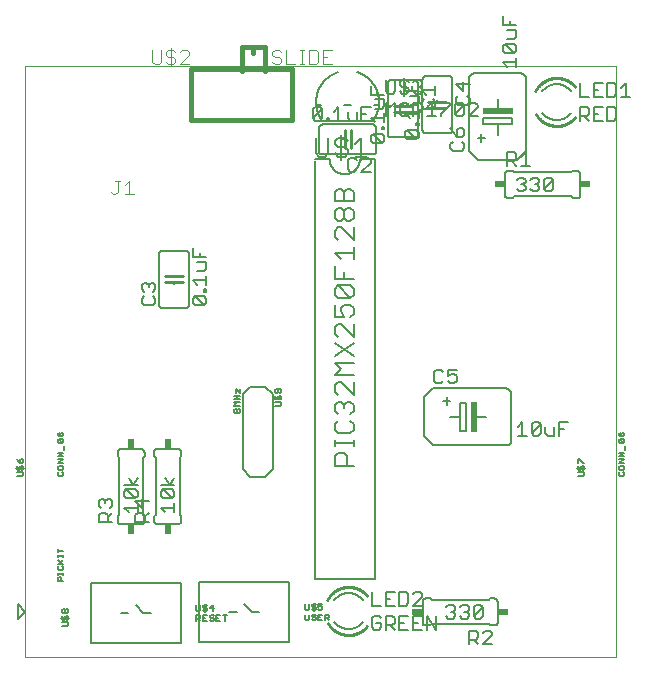
<source format=gto>
G75*
%MOIN*%
%OFA0B0*%
%FSLAX25Y25*%
%IPPOS*%
%LPD*%
%AMOC8*
5,1,8,0,0,1.08239X$1,22.5*
%
%ADD10C,0.00000*%
%ADD11C,0.00600*%
%ADD12C,0.01000*%
%ADD13C,0.00500*%
%ADD14R,0.02000X0.10000*%
%ADD15R,0.10000X0.02000*%
%ADD16C,0.00400*%
%ADD17R,0.03400X0.02400*%
%ADD18R,0.02400X0.03400*%
%ADD19C,0.00700*%
%ADD20C,0.01600*%
%ADD21C,0.00800*%
D10*
X0005060Y0001800D02*
X0005060Y0198650D01*
X0201910Y0198650D01*
X0201910Y0001800D01*
X0005060Y0001800D01*
D11*
X0036875Y0046170D02*
X0043875Y0046170D01*
X0043935Y0046172D01*
X0043996Y0046177D01*
X0044055Y0046186D01*
X0044114Y0046199D01*
X0044173Y0046215D01*
X0044230Y0046235D01*
X0044285Y0046258D01*
X0044340Y0046285D01*
X0044392Y0046314D01*
X0044443Y0046347D01*
X0044492Y0046383D01*
X0044538Y0046421D01*
X0044582Y0046463D01*
X0044624Y0046507D01*
X0044662Y0046553D01*
X0044698Y0046602D01*
X0044731Y0046653D01*
X0044760Y0046705D01*
X0044787Y0046760D01*
X0044810Y0046815D01*
X0044830Y0046872D01*
X0044846Y0046931D01*
X0044859Y0046990D01*
X0044868Y0047049D01*
X0044873Y0047110D01*
X0044875Y0047170D01*
X0044875Y0048670D01*
X0044375Y0049170D01*
X0044375Y0068170D01*
X0044875Y0068670D01*
X0044875Y0070170D01*
X0044873Y0070230D01*
X0044868Y0070291D01*
X0044859Y0070350D01*
X0044846Y0070409D01*
X0044830Y0070468D01*
X0044810Y0070525D01*
X0044787Y0070580D01*
X0044760Y0070635D01*
X0044731Y0070687D01*
X0044698Y0070738D01*
X0044662Y0070787D01*
X0044624Y0070833D01*
X0044582Y0070877D01*
X0044538Y0070919D01*
X0044492Y0070957D01*
X0044443Y0070993D01*
X0044392Y0071026D01*
X0044340Y0071055D01*
X0044285Y0071082D01*
X0044230Y0071105D01*
X0044173Y0071125D01*
X0044114Y0071141D01*
X0044055Y0071154D01*
X0043996Y0071163D01*
X0043935Y0071168D01*
X0043875Y0071170D01*
X0036875Y0071170D01*
X0036815Y0071168D01*
X0036754Y0071163D01*
X0036695Y0071154D01*
X0036636Y0071141D01*
X0036577Y0071125D01*
X0036520Y0071105D01*
X0036465Y0071082D01*
X0036410Y0071055D01*
X0036358Y0071026D01*
X0036307Y0070993D01*
X0036258Y0070957D01*
X0036212Y0070919D01*
X0036168Y0070877D01*
X0036126Y0070833D01*
X0036088Y0070787D01*
X0036052Y0070738D01*
X0036019Y0070687D01*
X0035990Y0070635D01*
X0035963Y0070580D01*
X0035940Y0070525D01*
X0035920Y0070468D01*
X0035904Y0070409D01*
X0035891Y0070350D01*
X0035882Y0070291D01*
X0035877Y0070230D01*
X0035875Y0070170D01*
X0035875Y0068670D01*
X0036375Y0068170D01*
X0036375Y0049170D01*
X0035875Y0048670D01*
X0035875Y0047170D01*
X0035877Y0047110D01*
X0035882Y0047049D01*
X0035891Y0046990D01*
X0035904Y0046931D01*
X0035920Y0046872D01*
X0035940Y0046815D01*
X0035963Y0046760D01*
X0035990Y0046705D01*
X0036019Y0046653D01*
X0036052Y0046602D01*
X0036088Y0046553D01*
X0036126Y0046507D01*
X0036168Y0046463D01*
X0036212Y0046421D01*
X0036258Y0046383D01*
X0036307Y0046347D01*
X0036358Y0046314D01*
X0036410Y0046285D01*
X0036465Y0046258D01*
X0036520Y0046235D01*
X0036577Y0046215D01*
X0036636Y0046199D01*
X0036695Y0046186D01*
X0036754Y0046177D01*
X0036815Y0046172D01*
X0036875Y0046170D01*
X0048060Y0047170D02*
X0048060Y0048670D01*
X0048560Y0049170D01*
X0048560Y0068170D01*
X0048060Y0068670D01*
X0048060Y0070170D01*
X0048062Y0070230D01*
X0048067Y0070291D01*
X0048076Y0070350D01*
X0048089Y0070409D01*
X0048105Y0070468D01*
X0048125Y0070525D01*
X0048148Y0070580D01*
X0048175Y0070635D01*
X0048204Y0070687D01*
X0048237Y0070738D01*
X0048273Y0070787D01*
X0048311Y0070833D01*
X0048353Y0070877D01*
X0048397Y0070919D01*
X0048443Y0070957D01*
X0048492Y0070993D01*
X0048543Y0071026D01*
X0048595Y0071055D01*
X0048650Y0071082D01*
X0048705Y0071105D01*
X0048762Y0071125D01*
X0048821Y0071141D01*
X0048880Y0071154D01*
X0048939Y0071163D01*
X0049000Y0071168D01*
X0049060Y0071170D01*
X0056060Y0071170D01*
X0056120Y0071168D01*
X0056181Y0071163D01*
X0056240Y0071154D01*
X0056299Y0071141D01*
X0056358Y0071125D01*
X0056415Y0071105D01*
X0056470Y0071082D01*
X0056525Y0071055D01*
X0056577Y0071026D01*
X0056628Y0070993D01*
X0056677Y0070957D01*
X0056723Y0070919D01*
X0056767Y0070877D01*
X0056809Y0070833D01*
X0056847Y0070787D01*
X0056883Y0070738D01*
X0056916Y0070687D01*
X0056945Y0070635D01*
X0056972Y0070580D01*
X0056995Y0070525D01*
X0057015Y0070468D01*
X0057031Y0070409D01*
X0057044Y0070350D01*
X0057053Y0070291D01*
X0057058Y0070230D01*
X0057060Y0070170D01*
X0057060Y0068670D01*
X0056560Y0068170D01*
X0056560Y0049170D01*
X0057060Y0048670D01*
X0057060Y0047170D01*
X0057058Y0047110D01*
X0057053Y0047049D01*
X0057044Y0046990D01*
X0057031Y0046931D01*
X0057015Y0046872D01*
X0056995Y0046815D01*
X0056972Y0046760D01*
X0056945Y0046705D01*
X0056916Y0046653D01*
X0056883Y0046602D01*
X0056847Y0046553D01*
X0056809Y0046507D01*
X0056767Y0046463D01*
X0056723Y0046421D01*
X0056677Y0046383D01*
X0056628Y0046347D01*
X0056577Y0046314D01*
X0056525Y0046285D01*
X0056470Y0046258D01*
X0056415Y0046235D01*
X0056358Y0046215D01*
X0056299Y0046199D01*
X0056240Y0046186D01*
X0056181Y0046177D01*
X0056120Y0046172D01*
X0056060Y0046170D01*
X0049060Y0046170D01*
X0049000Y0046172D01*
X0048939Y0046177D01*
X0048880Y0046186D01*
X0048821Y0046199D01*
X0048762Y0046215D01*
X0048705Y0046235D01*
X0048650Y0046258D01*
X0048595Y0046285D01*
X0048543Y0046314D01*
X0048492Y0046347D01*
X0048443Y0046383D01*
X0048397Y0046421D01*
X0048353Y0046463D01*
X0048311Y0046507D01*
X0048273Y0046553D01*
X0048237Y0046602D01*
X0048204Y0046653D01*
X0048175Y0046705D01*
X0048148Y0046760D01*
X0048125Y0046815D01*
X0048105Y0046872D01*
X0048089Y0046931D01*
X0048076Y0046990D01*
X0048067Y0047049D01*
X0048062Y0047110D01*
X0048060Y0047170D01*
X0101635Y0027745D02*
X0101635Y0167245D01*
X0101635Y0167745D02*
X0106635Y0167745D01*
X0104060Y0169300D02*
X0121060Y0169300D01*
X0121120Y0169302D01*
X0121181Y0169307D01*
X0121240Y0169316D01*
X0121299Y0169329D01*
X0121358Y0169345D01*
X0121415Y0169365D01*
X0121470Y0169388D01*
X0121525Y0169415D01*
X0121577Y0169444D01*
X0121628Y0169477D01*
X0121677Y0169513D01*
X0121723Y0169551D01*
X0121767Y0169593D01*
X0121809Y0169637D01*
X0121847Y0169683D01*
X0121883Y0169732D01*
X0121916Y0169783D01*
X0121945Y0169835D01*
X0121972Y0169890D01*
X0121995Y0169945D01*
X0122015Y0170002D01*
X0122031Y0170061D01*
X0122044Y0170120D01*
X0122053Y0170179D01*
X0122058Y0170240D01*
X0122060Y0170300D01*
X0122060Y0178300D01*
X0122058Y0178360D01*
X0122053Y0178421D01*
X0122044Y0178480D01*
X0122031Y0178539D01*
X0122015Y0178598D01*
X0121995Y0178655D01*
X0121972Y0178710D01*
X0121945Y0178765D01*
X0121916Y0178817D01*
X0121883Y0178868D01*
X0121847Y0178917D01*
X0121809Y0178963D01*
X0121767Y0179007D01*
X0121723Y0179049D01*
X0121677Y0179087D01*
X0121628Y0179123D01*
X0121577Y0179156D01*
X0121525Y0179185D01*
X0121470Y0179212D01*
X0121415Y0179235D01*
X0121358Y0179255D01*
X0121299Y0179271D01*
X0121240Y0179284D01*
X0121181Y0179293D01*
X0121120Y0179298D01*
X0121060Y0179300D01*
X0104060Y0179300D01*
X0104000Y0179298D01*
X0103939Y0179293D01*
X0103880Y0179284D01*
X0103821Y0179271D01*
X0103762Y0179255D01*
X0103705Y0179235D01*
X0103650Y0179212D01*
X0103595Y0179185D01*
X0103543Y0179156D01*
X0103492Y0179123D01*
X0103443Y0179087D01*
X0103397Y0179049D01*
X0103353Y0179007D01*
X0103311Y0178963D01*
X0103273Y0178917D01*
X0103237Y0178868D01*
X0103204Y0178817D01*
X0103175Y0178765D01*
X0103148Y0178710D01*
X0103125Y0178655D01*
X0103105Y0178598D01*
X0103089Y0178539D01*
X0103076Y0178480D01*
X0103067Y0178421D01*
X0103062Y0178360D01*
X0103060Y0178300D01*
X0103060Y0170300D01*
X0103062Y0170240D01*
X0103067Y0170179D01*
X0103076Y0170120D01*
X0103089Y0170061D01*
X0103105Y0170002D01*
X0103125Y0169945D01*
X0103148Y0169890D01*
X0103175Y0169835D01*
X0103204Y0169783D01*
X0103237Y0169732D01*
X0103273Y0169683D01*
X0103311Y0169637D01*
X0103353Y0169593D01*
X0103397Y0169551D01*
X0103443Y0169513D01*
X0103492Y0169477D01*
X0103543Y0169444D01*
X0103595Y0169415D01*
X0103650Y0169388D01*
X0103705Y0169365D01*
X0103762Y0169345D01*
X0103821Y0169329D01*
X0103880Y0169316D01*
X0103939Y0169307D01*
X0104000Y0169302D01*
X0104060Y0169300D01*
X0106635Y0167745D02*
X0106637Y0167605D01*
X0106643Y0167465D01*
X0106653Y0167325D01*
X0106666Y0167185D01*
X0106684Y0167046D01*
X0106706Y0166907D01*
X0106731Y0166770D01*
X0106760Y0166632D01*
X0106793Y0166496D01*
X0106830Y0166361D01*
X0106871Y0166227D01*
X0106916Y0166094D01*
X0106964Y0165962D01*
X0107016Y0165832D01*
X0107071Y0165703D01*
X0107130Y0165576D01*
X0107193Y0165450D01*
X0107259Y0165326D01*
X0107328Y0165205D01*
X0107401Y0165085D01*
X0107478Y0164967D01*
X0107557Y0164852D01*
X0107640Y0164738D01*
X0107726Y0164628D01*
X0107815Y0164519D01*
X0107907Y0164413D01*
X0108002Y0164310D01*
X0108099Y0164209D01*
X0108200Y0164112D01*
X0108303Y0164017D01*
X0108409Y0163925D01*
X0108518Y0163836D01*
X0108628Y0163750D01*
X0108742Y0163667D01*
X0108857Y0163588D01*
X0108975Y0163511D01*
X0109095Y0163438D01*
X0109216Y0163369D01*
X0109340Y0163303D01*
X0109466Y0163240D01*
X0109593Y0163181D01*
X0109722Y0163126D01*
X0109852Y0163074D01*
X0109984Y0163026D01*
X0110117Y0162981D01*
X0110251Y0162940D01*
X0110386Y0162903D01*
X0110522Y0162870D01*
X0110660Y0162841D01*
X0110797Y0162816D01*
X0110936Y0162794D01*
X0111075Y0162776D01*
X0111215Y0162763D01*
X0111355Y0162753D01*
X0111495Y0162747D01*
X0111635Y0162745D01*
X0111775Y0162747D01*
X0111915Y0162753D01*
X0112055Y0162763D01*
X0112195Y0162776D01*
X0112334Y0162794D01*
X0112473Y0162816D01*
X0112610Y0162841D01*
X0112748Y0162870D01*
X0112884Y0162903D01*
X0113019Y0162940D01*
X0113153Y0162981D01*
X0113286Y0163026D01*
X0113418Y0163074D01*
X0113548Y0163126D01*
X0113677Y0163181D01*
X0113804Y0163240D01*
X0113930Y0163303D01*
X0114054Y0163369D01*
X0114175Y0163438D01*
X0114295Y0163511D01*
X0114413Y0163588D01*
X0114528Y0163667D01*
X0114642Y0163750D01*
X0114752Y0163836D01*
X0114861Y0163925D01*
X0114967Y0164017D01*
X0115070Y0164112D01*
X0115171Y0164209D01*
X0115268Y0164310D01*
X0115363Y0164413D01*
X0115455Y0164519D01*
X0115544Y0164628D01*
X0115630Y0164738D01*
X0115713Y0164852D01*
X0115792Y0164967D01*
X0115869Y0165085D01*
X0115942Y0165205D01*
X0116011Y0165326D01*
X0116077Y0165450D01*
X0116140Y0165576D01*
X0116199Y0165703D01*
X0116254Y0165832D01*
X0116306Y0165962D01*
X0116354Y0166094D01*
X0116399Y0166227D01*
X0116440Y0166361D01*
X0116477Y0166496D01*
X0116510Y0166632D01*
X0116539Y0166770D01*
X0116564Y0166907D01*
X0116586Y0167046D01*
X0116604Y0167185D01*
X0116617Y0167325D01*
X0116627Y0167465D01*
X0116633Y0167605D01*
X0116635Y0167745D01*
X0121635Y0167745D01*
X0121635Y0027745D01*
X0101635Y0027745D01*
X0112875Y0023135D02*
X0113029Y0023133D01*
X0113183Y0023127D01*
X0113337Y0023117D01*
X0113491Y0023103D01*
X0113644Y0023086D01*
X0113796Y0023064D01*
X0113948Y0023038D01*
X0114100Y0023009D01*
X0114250Y0022975D01*
X0114400Y0022938D01*
X0114548Y0022897D01*
X0114696Y0022852D01*
X0114842Y0022803D01*
X0114987Y0022751D01*
X0115130Y0022695D01*
X0115273Y0022635D01*
X0115413Y0022572D01*
X0115552Y0022505D01*
X0115689Y0022434D01*
X0115824Y0022360D01*
X0115957Y0022283D01*
X0116089Y0022202D01*
X0116218Y0022118D01*
X0116345Y0022030D01*
X0116469Y0021939D01*
X0116591Y0021846D01*
X0116711Y0021748D01*
X0116828Y0021648D01*
X0116943Y0021545D01*
X0117055Y0021439D01*
X0117164Y0021331D01*
X0117270Y0021219D01*
X0117374Y0021105D01*
X0117474Y0020988D01*
X0117572Y0020869D01*
X0117666Y0020747D01*
X0117757Y0020622D01*
X0112875Y0011135D02*
X0112723Y0011137D01*
X0112572Y0011143D01*
X0112421Y0011152D01*
X0112269Y0011166D01*
X0112119Y0011183D01*
X0111969Y0011204D01*
X0111819Y0011229D01*
X0111670Y0011257D01*
X0111522Y0011290D01*
X0111375Y0011326D01*
X0111228Y0011365D01*
X0111083Y0011409D01*
X0110939Y0011456D01*
X0110796Y0011507D01*
X0110655Y0011561D01*
X0110514Y0011619D01*
X0110376Y0011680D01*
X0110239Y0011745D01*
X0110103Y0011814D01*
X0109970Y0011885D01*
X0109838Y0011960D01*
X0109708Y0012039D01*
X0109581Y0012120D01*
X0109455Y0012205D01*
X0109331Y0012293D01*
X0109210Y0012384D01*
X0109091Y0012478D01*
X0108975Y0012576D01*
X0108861Y0012676D01*
X0108749Y0012778D01*
X0108641Y0012884D01*
X0108535Y0012992D01*
X0108431Y0013103D01*
X0108331Y0013217D01*
X0108233Y0013333D01*
X0108139Y0013452D01*
X0112875Y0011135D02*
X0113027Y0011137D01*
X0113178Y0011143D01*
X0113329Y0011152D01*
X0113481Y0011166D01*
X0113631Y0011183D01*
X0113781Y0011204D01*
X0113931Y0011229D01*
X0114080Y0011257D01*
X0114228Y0011290D01*
X0114375Y0011326D01*
X0114522Y0011365D01*
X0114667Y0011409D01*
X0114811Y0011456D01*
X0114954Y0011507D01*
X0115095Y0011561D01*
X0115236Y0011619D01*
X0115374Y0011680D01*
X0115511Y0011745D01*
X0115647Y0011814D01*
X0115780Y0011885D01*
X0115912Y0011960D01*
X0116042Y0012039D01*
X0116169Y0012120D01*
X0116295Y0012205D01*
X0116419Y0012293D01*
X0116540Y0012384D01*
X0116659Y0012478D01*
X0116775Y0012576D01*
X0116889Y0012676D01*
X0117001Y0012778D01*
X0117109Y0012884D01*
X0117215Y0012992D01*
X0117319Y0013103D01*
X0117419Y0013217D01*
X0117517Y0013333D01*
X0117611Y0013452D01*
X0112875Y0023135D02*
X0112725Y0023133D01*
X0112574Y0023127D01*
X0112424Y0023118D01*
X0112275Y0023105D01*
X0112125Y0023088D01*
X0111976Y0023067D01*
X0111828Y0023043D01*
X0111680Y0023015D01*
X0111533Y0022983D01*
X0111387Y0022948D01*
X0111242Y0022908D01*
X0111098Y0022866D01*
X0110955Y0022819D01*
X0110813Y0022769D01*
X0110672Y0022716D01*
X0110533Y0022659D01*
X0110395Y0022599D01*
X0110259Y0022535D01*
X0110125Y0022468D01*
X0109992Y0022397D01*
X0109861Y0022323D01*
X0109732Y0022246D01*
X0109605Y0022165D01*
X0109480Y0022082D01*
X0109357Y0021995D01*
X0109236Y0021906D01*
X0109118Y0021813D01*
X0109002Y0021717D01*
X0108888Y0021619D01*
X0108777Y0021518D01*
X0108668Y0021413D01*
X0108563Y0021307D01*
X0108459Y0021197D01*
X0108359Y0021085D01*
X0108261Y0020971D01*
X0108167Y0020854D01*
X0108075Y0020735D01*
X0137560Y0020300D02*
X0137560Y0013300D01*
X0137562Y0013240D01*
X0137567Y0013179D01*
X0137576Y0013120D01*
X0137589Y0013061D01*
X0137605Y0013002D01*
X0137625Y0012945D01*
X0137648Y0012890D01*
X0137675Y0012835D01*
X0137704Y0012783D01*
X0137737Y0012732D01*
X0137773Y0012683D01*
X0137811Y0012637D01*
X0137853Y0012593D01*
X0137897Y0012551D01*
X0137943Y0012513D01*
X0137992Y0012477D01*
X0138043Y0012444D01*
X0138095Y0012415D01*
X0138150Y0012388D01*
X0138205Y0012365D01*
X0138262Y0012345D01*
X0138321Y0012329D01*
X0138380Y0012316D01*
X0138439Y0012307D01*
X0138500Y0012302D01*
X0138560Y0012300D01*
X0140060Y0012300D01*
X0140560Y0012800D01*
X0159560Y0012800D01*
X0160060Y0012300D01*
X0161560Y0012300D01*
X0161620Y0012302D01*
X0161681Y0012307D01*
X0161740Y0012316D01*
X0161799Y0012329D01*
X0161858Y0012345D01*
X0161915Y0012365D01*
X0161970Y0012388D01*
X0162025Y0012415D01*
X0162077Y0012444D01*
X0162128Y0012477D01*
X0162177Y0012513D01*
X0162223Y0012551D01*
X0162267Y0012593D01*
X0162309Y0012637D01*
X0162347Y0012683D01*
X0162383Y0012732D01*
X0162416Y0012783D01*
X0162445Y0012835D01*
X0162472Y0012890D01*
X0162495Y0012945D01*
X0162515Y0013002D01*
X0162531Y0013061D01*
X0162544Y0013120D01*
X0162553Y0013179D01*
X0162558Y0013240D01*
X0162560Y0013300D01*
X0162560Y0020300D01*
X0162558Y0020360D01*
X0162553Y0020421D01*
X0162544Y0020480D01*
X0162531Y0020539D01*
X0162515Y0020598D01*
X0162495Y0020655D01*
X0162472Y0020710D01*
X0162445Y0020765D01*
X0162416Y0020817D01*
X0162383Y0020868D01*
X0162347Y0020917D01*
X0162309Y0020963D01*
X0162267Y0021007D01*
X0162223Y0021049D01*
X0162177Y0021087D01*
X0162128Y0021123D01*
X0162077Y0021156D01*
X0162025Y0021185D01*
X0161970Y0021212D01*
X0161915Y0021235D01*
X0161858Y0021255D01*
X0161799Y0021271D01*
X0161740Y0021284D01*
X0161681Y0021293D01*
X0161620Y0021298D01*
X0161560Y0021300D01*
X0160060Y0021300D01*
X0159560Y0020800D01*
X0140560Y0020800D01*
X0140060Y0021300D01*
X0138560Y0021300D01*
X0138500Y0021298D01*
X0138439Y0021293D01*
X0138380Y0021284D01*
X0138321Y0021271D01*
X0138262Y0021255D01*
X0138205Y0021235D01*
X0138150Y0021212D01*
X0138095Y0021185D01*
X0138043Y0021156D01*
X0137992Y0021123D01*
X0137943Y0021087D01*
X0137897Y0021049D01*
X0137853Y0021007D01*
X0137811Y0020963D01*
X0137773Y0020917D01*
X0137737Y0020868D01*
X0137704Y0020817D01*
X0137675Y0020765D01*
X0137648Y0020710D01*
X0137625Y0020655D01*
X0137605Y0020598D01*
X0137589Y0020539D01*
X0137576Y0020480D01*
X0137567Y0020421D01*
X0137562Y0020360D01*
X0137560Y0020300D01*
X0141060Y0072300D02*
X0138060Y0075300D01*
X0138060Y0088300D01*
X0141060Y0091300D01*
X0165560Y0091300D01*
X0165636Y0091298D01*
X0165712Y0091292D01*
X0165787Y0091283D01*
X0165862Y0091269D01*
X0165936Y0091252D01*
X0166009Y0091231D01*
X0166081Y0091207D01*
X0166152Y0091178D01*
X0166221Y0091147D01*
X0166288Y0091112D01*
X0166353Y0091073D01*
X0166417Y0091031D01*
X0166478Y0090986D01*
X0166537Y0090938D01*
X0166593Y0090887D01*
X0166647Y0090833D01*
X0166698Y0090777D01*
X0166746Y0090718D01*
X0166791Y0090657D01*
X0166833Y0090593D01*
X0166872Y0090528D01*
X0166907Y0090461D01*
X0166938Y0090392D01*
X0166967Y0090321D01*
X0166991Y0090249D01*
X0167012Y0090176D01*
X0167029Y0090102D01*
X0167043Y0090027D01*
X0167052Y0089952D01*
X0167058Y0089876D01*
X0167060Y0089800D01*
X0167060Y0073800D01*
X0167058Y0073724D01*
X0167052Y0073648D01*
X0167043Y0073573D01*
X0167029Y0073498D01*
X0167012Y0073424D01*
X0166991Y0073351D01*
X0166967Y0073279D01*
X0166938Y0073208D01*
X0166907Y0073139D01*
X0166872Y0073072D01*
X0166833Y0073007D01*
X0166791Y0072943D01*
X0166746Y0072882D01*
X0166698Y0072823D01*
X0166647Y0072767D01*
X0166593Y0072713D01*
X0166537Y0072662D01*
X0166478Y0072614D01*
X0166417Y0072569D01*
X0166353Y0072527D01*
X0166288Y0072488D01*
X0166221Y0072453D01*
X0166152Y0072422D01*
X0166081Y0072393D01*
X0166009Y0072369D01*
X0165936Y0072348D01*
X0165862Y0072331D01*
X0165787Y0072317D01*
X0165712Y0072308D01*
X0165636Y0072302D01*
X0165560Y0072300D01*
X0141060Y0072300D01*
X0150060Y0077000D02*
X0150060Y0081800D01*
X0150060Y0086600D01*
X0152060Y0086600D01*
X0152060Y0077000D01*
X0150060Y0077000D01*
X0150060Y0081800D02*
X0146560Y0081800D01*
X0145560Y0085900D02*
X0145560Y0088400D01*
X0146860Y0087200D02*
X0144260Y0087200D01*
X0155060Y0081800D02*
X0158560Y0081800D01*
X0166060Y0154800D02*
X0167560Y0154800D01*
X0168060Y0155300D01*
X0187060Y0155300D01*
X0187560Y0154800D01*
X0189060Y0154800D01*
X0189120Y0154802D01*
X0189181Y0154807D01*
X0189240Y0154816D01*
X0189299Y0154829D01*
X0189358Y0154845D01*
X0189415Y0154865D01*
X0189470Y0154888D01*
X0189525Y0154915D01*
X0189577Y0154944D01*
X0189628Y0154977D01*
X0189677Y0155013D01*
X0189723Y0155051D01*
X0189767Y0155093D01*
X0189809Y0155137D01*
X0189847Y0155183D01*
X0189883Y0155232D01*
X0189916Y0155283D01*
X0189945Y0155335D01*
X0189972Y0155390D01*
X0189995Y0155445D01*
X0190015Y0155502D01*
X0190031Y0155561D01*
X0190044Y0155620D01*
X0190053Y0155679D01*
X0190058Y0155740D01*
X0190060Y0155800D01*
X0190060Y0162800D01*
X0190058Y0162860D01*
X0190053Y0162921D01*
X0190044Y0162980D01*
X0190031Y0163039D01*
X0190015Y0163098D01*
X0189995Y0163155D01*
X0189972Y0163210D01*
X0189945Y0163265D01*
X0189916Y0163317D01*
X0189883Y0163368D01*
X0189847Y0163417D01*
X0189809Y0163463D01*
X0189767Y0163507D01*
X0189723Y0163549D01*
X0189677Y0163587D01*
X0189628Y0163623D01*
X0189577Y0163656D01*
X0189525Y0163685D01*
X0189470Y0163712D01*
X0189415Y0163735D01*
X0189358Y0163755D01*
X0189299Y0163771D01*
X0189240Y0163784D01*
X0189181Y0163793D01*
X0189120Y0163798D01*
X0189060Y0163800D01*
X0187560Y0163800D01*
X0187060Y0163300D01*
X0168060Y0163300D01*
X0167560Y0163800D01*
X0166060Y0163800D01*
X0166000Y0163798D01*
X0165939Y0163793D01*
X0165880Y0163784D01*
X0165821Y0163771D01*
X0165762Y0163755D01*
X0165705Y0163735D01*
X0165650Y0163712D01*
X0165595Y0163685D01*
X0165543Y0163656D01*
X0165492Y0163623D01*
X0165443Y0163587D01*
X0165397Y0163549D01*
X0165353Y0163507D01*
X0165311Y0163463D01*
X0165273Y0163417D01*
X0165237Y0163368D01*
X0165204Y0163317D01*
X0165175Y0163265D01*
X0165148Y0163210D01*
X0165125Y0163155D01*
X0165105Y0163098D01*
X0165089Y0163039D01*
X0165076Y0162980D01*
X0165067Y0162921D01*
X0165062Y0162860D01*
X0165060Y0162800D01*
X0165060Y0155800D01*
X0165062Y0155740D01*
X0165067Y0155679D01*
X0165076Y0155620D01*
X0165089Y0155561D01*
X0165105Y0155502D01*
X0165125Y0155445D01*
X0165148Y0155390D01*
X0165175Y0155335D01*
X0165204Y0155283D01*
X0165237Y0155232D01*
X0165273Y0155183D01*
X0165311Y0155137D01*
X0165353Y0155093D01*
X0165397Y0155051D01*
X0165443Y0155013D01*
X0165492Y0154977D01*
X0165543Y0154944D01*
X0165595Y0154915D01*
X0165650Y0154888D01*
X0165705Y0154865D01*
X0165762Y0154845D01*
X0165821Y0154829D01*
X0165880Y0154816D01*
X0165939Y0154807D01*
X0166000Y0154802D01*
X0166060Y0154800D01*
X0169060Y0167300D02*
X0156060Y0167300D01*
X0153060Y0170300D01*
X0153060Y0194800D01*
X0153062Y0194876D01*
X0153068Y0194952D01*
X0153077Y0195027D01*
X0153091Y0195102D01*
X0153108Y0195176D01*
X0153129Y0195249D01*
X0153153Y0195321D01*
X0153182Y0195392D01*
X0153213Y0195461D01*
X0153248Y0195528D01*
X0153287Y0195593D01*
X0153329Y0195657D01*
X0153374Y0195718D01*
X0153422Y0195777D01*
X0153473Y0195833D01*
X0153527Y0195887D01*
X0153583Y0195938D01*
X0153642Y0195986D01*
X0153703Y0196031D01*
X0153767Y0196073D01*
X0153832Y0196112D01*
X0153899Y0196147D01*
X0153968Y0196178D01*
X0154039Y0196207D01*
X0154111Y0196231D01*
X0154184Y0196252D01*
X0154258Y0196269D01*
X0154333Y0196283D01*
X0154408Y0196292D01*
X0154484Y0196298D01*
X0154560Y0196300D01*
X0170560Y0196300D01*
X0170636Y0196298D01*
X0170712Y0196292D01*
X0170787Y0196283D01*
X0170862Y0196269D01*
X0170936Y0196252D01*
X0171009Y0196231D01*
X0171081Y0196207D01*
X0171152Y0196178D01*
X0171221Y0196147D01*
X0171288Y0196112D01*
X0171353Y0196073D01*
X0171417Y0196031D01*
X0171478Y0195986D01*
X0171537Y0195938D01*
X0171593Y0195887D01*
X0171647Y0195833D01*
X0171698Y0195777D01*
X0171746Y0195718D01*
X0171791Y0195657D01*
X0171833Y0195593D01*
X0171872Y0195528D01*
X0171907Y0195461D01*
X0171938Y0195392D01*
X0171967Y0195321D01*
X0171991Y0195249D01*
X0172012Y0195176D01*
X0172029Y0195102D01*
X0172043Y0195027D01*
X0172052Y0194952D01*
X0172058Y0194876D01*
X0172060Y0194800D01*
X0172060Y0170300D01*
X0169060Y0167300D01*
X0162560Y0175800D02*
X0162560Y0179300D01*
X0157760Y0179300D01*
X0157760Y0181300D01*
X0167360Y0181300D01*
X0167360Y0179300D01*
X0162560Y0179300D01*
X0158460Y0174800D02*
X0155960Y0174800D01*
X0157160Y0176100D02*
X0157160Y0173500D01*
X0147540Y0177355D02*
X0147540Y0194355D01*
X0147538Y0194415D01*
X0147533Y0194476D01*
X0147524Y0194535D01*
X0147511Y0194594D01*
X0147495Y0194653D01*
X0147475Y0194710D01*
X0147452Y0194765D01*
X0147425Y0194820D01*
X0147396Y0194872D01*
X0147363Y0194923D01*
X0147327Y0194972D01*
X0147289Y0195018D01*
X0147247Y0195062D01*
X0147203Y0195104D01*
X0147157Y0195142D01*
X0147108Y0195178D01*
X0147057Y0195211D01*
X0147005Y0195240D01*
X0146950Y0195267D01*
X0146895Y0195290D01*
X0146838Y0195310D01*
X0146779Y0195326D01*
X0146720Y0195339D01*
X0146661Y0195348D01*
X0146600Y0195353D01*
X0146540Y0195355D01*
X0138540Y0195355D01*
X0138480Y0195353D01*
X0138419Y0195348D01*
X0138360Y0195339D01*
X0138301Y0195326D01*
X0138242Y0195310D01*
X0138185Y0195290D01*
X0138130Y0195267D01*
X0138075Y0195240D01*
X0138023Y0195211D01*
X0137972Y0195178D01*
X0137923Y0195142D01*
X0137877Y0195104D01*
X0137833Y0195062D01*
X0137791Y0195018D01*
X0137753Y0194972D01*
X0137717Y0194923D01*
X0137684Y0194872D01*
X0137655Y0194820D01*
X0137628Y0194765D01*
X0137605Y0194710D01*
X0137585Y0194653D01*
X0137569Y0194594D01*
X0137556Y0194535D01*
X0137547Y0194476D01*
X0137542Y0194415D01*
X0137540Y0194355D01*
X0137540Y0177355D01*
X0137542Y0177295D01*
X0137547Y0177234D01*
X0137556Y0177175D01*
X0137569Y0177116D01*
X0137585Y0177057D01*
X0137605Y0177000D01*
X0137628Y0176945D01*
X0137655Y0176890D01*
X0137684Y0176838D01*
X0137717Y0176787D01*
X0137753Y0176738D01*
X0137791Y0176692D01*
X0137833Y0176648D01*
X0137877Y0176606D01*
X0137923Y0176568D01*
X0137972Y0176532D01*
X0138023Y0176499D01*
X0138075Y0176470D01*
X0138130Y0176443D01*
X0138185Y0176420D01*
X0138242Y0176400D01*
X0138301Y0176384D01*
X0138360Y0176371D01*
X0138419Y0176362D01*
X0138480Y0176357D01*
X0138540Y0176355D01*
X0146540Y0176355D01*
X0146600Y0176357D01*
X0146661Y0176362D01*
X0146720Y0176371D01*
X0146779Y0176384D01*
X0146838Y0176400D01*
X0146895Y0176420D01*
X0146950Y0176443D01*
X0147005Y0176470D01*
X0147057Y0176499D01*
X0147108Y0176532D01*
X0147157Y0176568D01*
X0147203Y0176606D01*
X0147247Y0176648D01*
X0147289Y0176692D01*
X0147327Y0176738D01*
X0147363Y0176787D01*
X0147396Y0176838D01*
X0147425Y0176890D01*
X0147452Y0176945D01*
X0147475Y0177000D01*
X0147495Y0177057D01*
X0147511Y0177116D01*
X0147524Y0177175D01*
X0147533Y0177234D01*
X0147538Y0177295D01*
X0147540Y0177355D01*
X0142540Y0184355D02*
X0142540Y0184855D01*
X0142540Y0186855D02*
X0142540Y0187355D01*
X0136005Y0193076D02*
X0136005Y0176076D01*
X0136003Y0176016D01*
X0135998Y0175955D01*
X0135989Y0175896D01*
X0135976Y0175837D01*
X0135960Y0175778D01*
X0135940Y0175721D01*
X0135917Y0175666D01*
X0135890Y0175611D01*
X0135861Y0175559D01*
X0135828Y0175508D01*
X0135792Y0175459D01*
X0135754Y0175413D01*
X0135712Y0175369D01*
X0135668Y0175327D01*
X0135622Y0175289D01*
X0135573Y0175253D01*
X0135522Y0175220D01*
X0135470Y0175191D01*
X0135415Y0175164D01*
X0135360Y0175141D01*
X0135303Y0175121D01*
X0135244Y0175105D01*
X0135185Y0175092D01*
X0135126Y0175083D01*
X0135065Y0175078D01*
X0135005Y0175076D01*
X0127005Y0175076D01*
X0126945Y0175078D01*
X0126884Y0175083D01*
X0126825Y0175092D01*
X0126766Y0175105D01*
X0126707Y0175121D01*
X0126650Y0175141D01*
X0126595Y0175164D01*
X0126540Y0175191D01*
X0126488Y0175220D01*
X0126437Y0175253D01*
X0126388Y0175289D01*
X0126342Y0175327D01*
X0126298Y0175369D01*
X0126256Y0175413D01*
X0126218Y0175459D01*
X0126182Y0175508D01*
X0126149Y0175559D01*
X0126120Y0175611D01*
X0126093Y0175666D01*
X0126070Y0175721D01*
X0126050Y0175778D01*
X0126034Y0175837D01*
X0126021Y0175896D01*
X0126012Y0175955D01*
X0126007Y0176016D01*
X0126005Y0176076D01*
X0126005Y0193076D01*
X0126007Y0193136D01*
X0126012Y0193197D01*
X0126021Y0193256D01*
X0126034Y0193315D01*
X0126050Y0193374D01*
X0126070Y0193431D01*
X0126093Y0193486D01*
X0126120Y0193541D01*
X0126149Y0193593D01*
X0126182Y0193644D01*
X0126218Y0193693D01*
X0126256Y0193739D01*
X0126298Y0193783D01*
X0126342Y0193825D01*
X0126388Y0193863D01*
X0126437Y0193899D01*
X0126488Y0193932D01*
X0126540Y0193961D01*
X0126595Y0193988D01*
X0126650Y0194011D01*
X0126707Y0194031D01*
X0126766Y0194047D01*
X0126825Y0194060D01*
X0126884Y0194069D01*
X0126945Y0194074D01*
X0127005Y0194076D01*
X0135005Y0194076D01*
X0135065Y0194074D01*
X0135126Y0194069D01*
X0135185Y0194060D01*
X0135244Y0194047D01*
X0135303Y0194031D01*
X0135360Y0194011D01*
X0135415Y0193988D01*
X0135470Y0193961D01*
X0135522Y0193932D01*
X0135573Y0193899D01*
X0135622Y0193863D01*
X0135668Y0193825D01*
X0135712Y0193783D01*
X0135754Y0193739D01*
X0135792Y0193693D01*
X0135828Y0193644D01*
X0135861Y0193593D01*
X0135890Y0193541D01*
X0135917Y0193486D01*
X0135940Y0193431D01*
X0135960Y0193374D01*
X0135976Y0193315D01*
X0135989Y0193256D01*
X0135998Y0193197D01*
X0136003Y0193136D01*
X0136005Y0193076D01*
X0131005Y0186076D02*
X0131005Y0185576D01*
X0131005Y0183576D02*
X0131005Y0183076D01*
X0114060Y0174300D02*
X0113560Y0174300D01*
X0111560Y0174300D02*
X0111060Y0174300D01*
X0059745Y0136225D02*
X0059745Y0119225D01*
X0059743Y0119165D01*
X0059738Y0119104D01*
X0059729Y0119045D01*
X0059716Y0118986D01*
X0059700Y0118927D01*
X0059680Y0118870D01*
X0059657Y0118815D01*
X0059630Y0118760D01*
X0059601Y0118708D01*
X0059568Y0118657D01*
X0059532Y0118608D01*
X0059494Y0118562D01*
X0059452Y0118518D01*
X0059408Y0118476D01*
X0059362Y0118438D01*
X0059313Y0118402D01*
X0059262Y0118369D01*
X0059210Y0118340D01*
X0059155Y0118313D01*
X0059100Y0118290D01*
X0059043Y0118270D01*
X0058984Y0118254D01*
X0058925Y0118241D01*
X0058866Y0118232D01*
X0058805Y0118227D01*
X0058745Y0118225D01*
X0050745Y0118225D01*
X0050685Y0118227D01*
X0050624Y0118232D01*
X0050565Y0118241D01*
X0050506Y0118254D01*
X0050447Y0118270D01*
X0050390Y0118290D01*
X0050335Y0118313D01*
X0050280Y0118340D01*
X0050228Y0118369D01*
X0050177Y0118402D01*
X0050128Y0118438D01*
X0050082Y0118476D01*
X0050038Y0118518D01*
X0049996Y0118562D01*
X0049958Y0118608D01*
X0049922Y0118657D01*
X0049889Y0118708D01*
X0049860Y0118760D01*
X0049833Y0118815D01*
X0049810Y0118870D01*
X0049790Y0118927D01*
X0049774Y0118986D01*
X0049761Y0119045D01*
X0049752Y0119104D01*
X0049747Y0119165D01*
X0049745Y0119225D01*
X0049745Y0136225D01*
X0049747Y0136285D01*
X0049752Y0136346D01*
X0049761Y0136405D01*
X0049774Y0136464D01*
X0049790Y0136523D01*
X0049810Y0136580D01*
X0049833Y0136635D01*
X0049860Y0136690D01*
X0049889Y0136742D01*
X0049922Y0136793D01*
X0049958Y0136842D01*
X0049996Y0136888D01*
X0050038Y0136932D01*
X0050082Y0136974D01*
X0050128Y0137012D01*
X0050177Y0137048D01*
X0050228Y0137081D01*
X0050280Y0137110D01*
X0050335Y0137137D01*
X0050390Y0137160D01*
X0050447Y0137180D01*
X0050506Y0137196D01*
X0050565Y0137209D01*
X0050624Y0137218D01*
X0050685Y0137223D01*
X0050745Y0137225D01*
X0058745Y0137225D01*
X0058805Y0137223D01*
X0058866Y0137218D01*
X0058925Y0137209D01*
X0058984Y0137196D01*
X0059043Y0137180D01*
X0059100Y0137160D01*
X0059155Y0137137D01*
X0059210Y0137110D01*
X0059262Y0137081D01*
X0059313Y0137048D01*
X0059362Y0137012D01*
X0059408Y0136974D01*
X0059452Y0136932D01*
X0059494Y0136888D01*
X0059532Y0136842D01*
X0059568Y0136793D01*
X0059601Y0136742D01*
X0059630Y0136690D01*
X0059657Y0136635D01*
X0059680Y0136580D01*
X0059700Y0136523D01*
X0059716Y0136464D01*
X0059729Y0136405D01*
X0059738Y0136346D01*
X0059743Y0136285D01*
X0059745Y0136225D01*
X0054745Y0129225D02*
X0054745Y0128725D01*
X0054745Y0126725D02*
X0054745Y0126225D01*
X0162560Y0184300D02*
X0162560Y0187800D01*
X0182245Y0192800D02*
X0182399Y0192798D01*
X0182553Y0192792D01*
X0182707Y0192782D01*
X0182861Y0192768D01*
X0183014Y0192751D01*
X0183166Y0192729D01*
X0183318Y0192703D01*
X0183470Y0192674D01*
X0183620Y0192640D01*
X0183770Y0192603D01*
X0183918Y0192562D01*
X0184066Y0192517D01*
X0184212Y0192468D01*
X0184357Y0192416D01*
X0184500Y0192360D01*
X0184643Y0192300D01*
X0184783Y0192237D01*
X0184922Y0192170D01*
X0185059Y0192099D01*
X0185194Y0192025D01*
X0185327Y0191948D01*
X0185459Y0191867D01*
X0185588Y0191783D01*
X0185715Y0191695D01*
X0185839Y0191604D01*
X0185961Y0191511D01*
X0186081Y0191413D01*
X0186198Y0191313D01*
X0186313Y0191210D01*
X0186425Y0191104D01*
X0186534Y0190996D01*
X0186640Y0190884D01*
X0186744Y0190770D01*
X0186844Y0190653D01*
X0186942Y0190534D01*
X0187036Y0190412D01*
X0187127Y0190287D01*
X0182245Y0180800D02*
X0182093Y0180802D01*
X0181942Y0180808D01*
X0181791Y0180817D01*
X0181639Y0180831D01*
X0181489Y0180848D01*
X0181339Y0180869D01*
X0181189Y0180894D01*
X0181040Y0180922D01*
X0180892Y0180955D01*
X0180745Y0180991D01*
X0180598Y0181030D01*
X0180453Y0181074D01*
X0180309Y0181121D01*
X0180166Y0181172D01*
X0180025Y0181226D01*
X0179884Y0181284D01*
X0179746Y0181345D01*
X0179609Y0181410D01*
X0179473Y0181479D01*
X0179340Y0181550D01*
X0179208Y0181625D01*
X0179078Y0181704D01*
X0178951Y0181785D01*
X0178825Y0181870D01*
X0178701Y0181958D01*
X0178580Y0182049D01*
X0178461Y0182143D01*
X0178345Y0182241D01*
X0178231Y0182341D01*
X0178119Y0182443D01*
X0178011Y0182549D01*
X0177905Y0182657D01*
X0177801Y0182768D01*
X0177701Y0182882D01*
X0177603Y0182998D01*
X0177509Y0183117D01*
X0182245Y0180800D02*
X0182397Y0180802D01*
X0182548Y0180808D01*
X0182699Y0180817D01*
X0182851Y0180831D01*
X0183001Y0180848D01*
X0183151Y0180869D01*
X0183301Y0180894D01*
X0183450Y0180922D01*
X0183598Y0180955D01*
X0183745Y0180991D01*
X0183892Y0181030D01*
X0184037Y0181074D01*
X0184181Y0181121D01*
X0184324Y0181172D01*
X0184465Y0181226D01*
X0184606Y0181284D01*
X0184744Y0181345D01*
X0184881Y0181410D01*
X0185017Y0181479D01*
X0185150Y0181550D01*
X0185282Y0181625D01*
X0185412Y0181704D01*
X0185539Y0181785D01*
X0185665Y0181870D01*
X0185789Y0181958D01*
X0185910Y0182049D01*
X0186029Y0182143D01*
X0186145Y0182241D01*
X0186259Y0182341D01*
X0186371Y0182443D01*
X0186479Y0182549D01*
X0186585Y0182657D01*
X0186689Y0182768D01*
X0186789Y0182882D01*
X0186887Y0182998D01*
X0186981Y0183117D01*
X0182245Y0192800D02*
X0182095Y0192798D01*
X0181944Y0192792D01*
X0181794Y0192783D01*
X0181645Y0192770D01*
X0181495Y0192753D01*
X0181346Y0192732D01*
X0181198Y0192708D01*
X0181050Y0192680D01*
X0180903Y0192648D01*
X0180757Y0192613D01*
X0180612Y0192573D01*
X0180468Y0192531D01*
X0180325Y0192484D01*
X0180183Y0192434D01*
X0180042Y0192381D01*
X0179903Y0192324D01*
X0179765Y0192264D01*
X0179629Y0192200D01*
X0179495Y0192133D01*
X0179362Y0192062D01*
X0179231Y0191988D01*
X0179102Y0191911D01*
X0178975Y0191830D01*
X0178850Y0191747D01*
X0178727Y0191660D01*
X0178606Y0191571D01*
X0178488Y0191478D01*
X0178372Y0191382D01*
X0178258Y0191284D01*
X0178147Y0191183D01*
X0178038Y0191078D01*
X0177933Y0190972D01*
X0177829Y0190862D01*
X0177729Y0190750D01*
X0177631Y0190636D01*
X0177537Y0190519D01*
X0177445Y0190400D01*
D12*
X0175299Y0182831D02*
X0175398Y0182662D01*
X0175502Y0182496D01*
X0175609Y0182332D01*
X0175720Y0182171D01*
X0175835Y0182013D01*
X0175954Y0181858D01*
X0176077Y0181705D01*
X0176203Y0181556D01*
X0176333Y0181410D01*
X0176467Y0181267D01*
X0176604Y0181127D01*
X0176744Y0180991D01*
X0176888Y0180858D01*
X0177035Y0180729D01*
X0177185Y0180603D01*
X0177338Y0180482D01*
X0177494Y0180363D01*
X0177653Y0180249D01*
X0177814Y0180139D01*
X0177979Y0180033D01*
X0178145Y0179930D01*
X0178315Y0179832D01*
X0178486Y0179738D01*
X0178660Y0179648D01*
X0178836Y0179563D01*
X0179014Y0179481D01*
X0179194Y0179405D01*
X0179376Y0179332D01*
X0179559Y0179264D01*
X0179744Y0179201D01*
X0179931Y0179142D01*
X0180119Y0179088D01*
X0180308Y0179038D01*
X0180498Y0178993D01*
X0180690Y0178953D01*
X0180882Y0178917D01*
X0181075Y0178886D01*
X0181269Y0178860D01*
X0181464Y0178838D01*
X0181659Y0178822D01*
X0181854Y0178810D01*
X0182050Y0178802D01*
X0182245Y0178800D01*
X0175186Y0190565D02*
X0175279Y0190733D01*
X0175375Y0190899D01*
X0175475Y0191063D01*
X0175580Y0191224D01*
X0175688Y0191383D01*
X0175800Y0191539D01*
X0175916Y0191693D01*
X0176035Y0191843D01*
X0176158Y0191991D01*
X0176284Y0192136D01*
X0176414Y0192277D01*
X0176547Y0192416D01*
X0176684Y0192551D01*
X0176824Y0192683D01*
X0176966Y0192811D01*
X0177112Y0192936D01*
X0177261Y0193058D01*
X0177413Y0193176D01*
X0177567Y0193290D01*
X0177725Y0193400D01*
X0177884Y0193507D01*
X0178047Y0193610D01*
X0178212Y0193709D01*
X0178379Y0193804D01*
X0178548Y0193894D01*
X0178719Y0193981D01*
X0178893Y0194064D01*
X0179068Y0194142D01*
X0179246Y0194216D01*
X0179425Y0194286D01*
X0179605Y0194352D01*
X0179787Y0194413D01*
X0179971Y0194470D01*
X0180156Y0194522D01*
X0180342Y0194570D01*
X0180529Y0194614D01*
X0180717Y0194653D01*
X0180906Y0194687D01*
X0181096Y0194717D01*
X0181286Y0194742D01*
X0181477Y0194763D01*
X0181669Y0194779D01*
X0181861Y0194791D01*
X0182053Y0194798D01*
X0182245Y0194800D01*
X0188352Y0181632D02*
X0188225Y0181486D01*
X0188096Y0181344D01*
X0187962Y0181204D01*
X0187826Y0181068D01*
X0187686Y0180935D01*
X0187543Y0180805D01*
X0187396Y0180679D01*
X0187247Y0180557D01*
X0187095Y0180438D01*
X0186940Y0180323D01*
X0186783Y0180211D01*
X0186623Y0180104D01*
X0186460Y0180000D01*
X0186294Y0179901D01*
X0186127Y0179805D01*
X0185957Y0179713D01*
X0185785Y0179626D01*
X0185611Y0179542D01*
X0185435Y0179463D01*
X0185257Y0179389D01*
X0185077Y0179318D01*
X0184896Y0179252D01*
X0184713Y0179190D01*
X0184529Y0179133D01*
X0184343Y0179080D01*
X0184156Y0179032D01*
X0183968Y0178988D01*
X0183779Y0178949D01*
X0183589Y0178914D01*
X0183399Y0178884D01*
X0183208Y0178858D01*
X0183016Y0178837D01*
X0182823Y0178821D01*
X0182631Y0178809D01*
X0182438Y0178802D01*
X0182245Y0178800D01*
X0188391Y0191922D02*
X0188264Y0192070D01*
X0188134Y0192215D01*
X0188001Y0192356D01*
X0187864Y0192495D01*
X0187724Y0192630D01*
X0187580Y0192761D01*
X0187433Y0192889D01*
X0187284Y0193014D01*
X0187131Y0193135D01*
X0186976Y0193252D01*
X0186817Y0193365D01*
X0186656Y0193474D01*
X0186492Y0193579D01*
X0186326Y0193681D01*
X0186157Y0193778D01*
X0185987Y0193871D01*
X0185813Y0193960D01*
X0185638Y0194045D01*
X0185461Y0194125D01*
X0185282Y0194201D01*
X0185101Y0194273D01*
X0184918Y0194340D01*
X0184734Y0194403D01*
X0184548Y0194461D01*
X0184361Y0194515D01*
X0184173Y0194564D01*
X0183983Y0194609D01*
X0183793Y0194649D01*
X0183601Y0194684D01*
X0183409Y0194715D01*
X0183216Y0194741D01*
X0183022Y0194762D01*
X0182828Y0194779D01*
X0182634Y0194791D01*
X0182440Y0194798D01*
X0182245Y0194800D01*
X0145540Y0186855D02*
X0142540Y0186855D01*
X0139540Y0186855D01*
X0139540Y0184855D02*
X0142540Y0184855D01*
X0145540Y0184855D01*
X0134005Y0185576D02*
X0131005Y0185576D01*
X0128005Y0185576D01*
X0128005Y0183576D02*
X0131005Y0183576D01*
X0134005Y0183576D01*
X0113560Y0177300D02*
X0113560Y0174300D01*
X0113560Y0171300D01*
X0111560Y0171300D02*
X0111560Y0174300D01*
X0111560Y0177300D01*
X0057745Y0128725D02*
X0054745Y0128725D01*
X0051745Y0128725D01*
X0051745Y0126725D02*
X0054745Y0126725D01*
X0057745Y0126725D01*
X0105929Y0013166D02*
X0106028Y0012997D01*
X0106132Y0012831D01*
X0106239Y0012667D01*
X0106350Y0012506D01*
X0106465Y0012348D01*
X0106584Y0012193D01*
X0106707Y0012040D01*
X0106833Y0011891D01*
X0106963Y0011745D01*
X0107097Y0011602D01*
X0107234Y0011462D01*
X0107374Y0011326D01*
X0107518Y0011193D01*
X0107665Y0011064D01*
X0107815Y0010938D01*
X0107968Y0010817D01*
X0108124Y0010698D01*
X0108283Y0010584D01*
X0108444Y0010474D01*
X0108609Y0010368D01*
X0108775Y0010265D01*
X0108945Y0010167D01*
X0109116Y0010073D01*
X0109290Y0009983D01*
X0109466Y0009898D01*
X0109644Y0009816D01*
X0109824Y0009740D01*
X0110006Y0009667D01*
X0110189Y0009599D01*
X0110374Y0009536D01*
X0110561Y0009477D01*
X0110749Y0009423D01*
X0110938Y0009373D01*
X0111128Y0009328D01*
X0111320Y0009288D01*
X0111512Y0009252D01*
X0111705Y0009221D01*
X0111899Y0009195D01*
X0112094Y0009173D01*
X0112289Y0009157D01*
X0112484Y0009145D01*
X0112680Y0009137D01*
X0112875Y0009135D01*
X0105816Y0020900D02*
X0105909Y0021068D01*
X0106005Y0021234D01*
X0106105Y0021398D01*
X0106210Y0021559D01*
X0106318Y0021718D01*
X0106430Y0021874D01*
X0106546Y0022028D01*
X0106665Y0022178D01*
X0106788Y0022326D01*
X0106914Y0022471D01*
X0107044Y0022612D01*
X0107177Y0022751D01*
X0107314Y0022886D01*
X0107454Y0023018D01*
X0107596Y0023146D01*
X0107742Y0023271D01*
X0107891Y0023393D01*
X0108043Y0023511D01*
X0108197Y0023625D01*
X0108355Y0023735D01*
X0108514Y0023842D01*
X0108677Y0023945D01*
X0108842Y0024044D01*
X0109009Y0024139D01*
X0109178Y0024229D01*
X0109349Y0024316D01*
X0109523Y0024399D01*
X0109698Y0024477D01*
X0109876Y0024551D01*
X0110055Y0024621D01*
X0110235Y0024687D01*
X0110417Y0024748D01*
X0110601Y0024805D01*
X0110786Y0024857D01*
X0110972Y0024905D01*
X0111159Y0024949D01*
X0111347Y0024988D01*
X0111536Y0025022D01*
X0111726Y0025052D01*
X0111916Y0025077D01*
X0112107Y0025098D01*
X0112299Y0025114D01*
X0112491Y0025126D01*
X0112683Y0025133D01*
X0112875Y0025135D01*
X0118982Y0011967D02*
X0118855Y0011821D01*
X0118726Y0011679D01*
X0118592Y0011539D01*
X0118456Y0011403D01*
X0118316Y0011270D01*
X0118173Y0011140D01*
X0118026Y0011014D01*
X0117877Y0010892D01*
X0117725Y0010773D01*
X0117570Y0010658D01*
X0117413Y0010546D01*
X0117253Y0010439D01*
X0117090Y0010335D01*
X0116924Y0010236D01*
X0116757Y0010140D01*
X0116587Y0010048D01*
X0116415Y0009961D01*
X0116241Y0009877D01*
X0116065Y0009798D01*
X0115887Y0009724D01*
X0115707Y0009653D01*
X0115526Y0009587D01*
X0115343Y0009525D01*
X0115159Y0009468D01*
X0114973Y0009415D01*
X0114786Y0009367D01*
X0114598Y0009323D01*
X0114409Y0009284D01*
X0114219Y0009249D01*
X0114029Y0009219D01*
X0113838Y0009193D01*
X0113646Y0009172D01*
X0113453Y0009156D01*
X0113261Y0009144D01*
X0113068Y0009137D01*
X0112875Y0009135D01*
X0119021Y0022257D02*
X0118894Y0022405D01*
X0118764Y0022550D01*
X0118631Y0022691D01*
X0118494Y0022830D01*
X0118354Y0022965D01*
X0118210Y0023096D01*
X0118063Y0023224D01*
X0117914Y0023349D01*
X0117761Y0023470D01*
X0117606Y0023587D01*
X0117447Y0023700D01*
X0117286Y0023809D01*
X0117122Y0023914D01*
X0116956Y0024016D01*
X0116787Y0024113D01*
X0116617Y0024206D01*
X0116443Y0024295D01*
X0116268Y0024380D01*
X0116091Y0024460D01*
X0115912Y0024536D01*
X0115731Y0024608D01*
X0115548Y0024675D01*
X0115364Y0024738D01*
X0115178Y0024796D01*
X0114991Y0024850D01*
X0114803Y0024899D01*
X0114613Y0024944D01*
X0114423Y0024984D01*
X0114231Y0025019D01*
X0114039Y0025050D01*
X0113846Y0025076D01*
X0113652Y0025097D01*
X0113458Y0025114D01*
X0113264Y0025126D01*
X0113070Y0025133D01*
X0112875Y0025135D01*
D13*
X0120625Y0023388D02*
X0120625Y0018885D01*
X0123628Y0018885D01*
X0125229Y0018885D02*
X0128231Y0018885D01*
X0129833Y0018885D02*
X0132085Y0018885D01*
X0132835Y0019635D01*
X0132835Y0022638D01*
X0132085Y0023388D01*
X0129833Y0023388D01*
X0129833Y0018885D01*
X0129833Y0015388D02*
X0129833Y0010885D01*
X0132835Y0010885D01*
X0134437Y0010885D02*
X0137439Y0010885D01*
X0139041Y0010885D02*
X0139041Y0015388D01*
X0142043Y0010885D01*
X0142043Y0015388D01*
X0145398Y0015301D02*
X0146149Y0014550D01*
X0147650Y0014550D01*
X0148401Y0015301D01*
X0148401Y0016051D01*
X0147650Y0016802D01*
X0146899Y0016802D01*
X0147650Y0016802D02*
X0148401Y0017553D01*
X0148401Y0018303D01*
X0147650Y0019054D01*
X0146149Y0019054D01*
X0145398Y0018303D01*
X0150002Y0018303D02*
X0150753Y0019054D01*
X0152254Y0019054D01*
X0153005Y0018303D01*
X0153005Y0017553D01*
X0152254Y0016802D01*
X0153005Y0016051D01*
X0153005Y0015301D01*
X0152254Y0014550D01*
X0150753Y0014550D01*
X0150002Y0015301D01*
X0151503Y0016802D02*
X0152254Y0016802D01*
X0154606Y0015301D02*
X0154606Y0018303D01*
X0155357Y0019054D01*
X0156858Y0019054D01*
X0157609Y0018303D01*
X0154606Y0015301D01*
X0155357Y0014550D01*
X0156858Y0014550D01*
X0157609Y0015301D01*
X0157609Y0018303D01*
X0158457Y0010554D02*
X0157706Y0009803D01*
X0158457Y0010554D02*
X0159958Y0010554D01*
X0160709Y0009803D01*
X0160709Y0009053D01*
X0157706Y0006050D01*
X0160709Y0006050D01*
X0156105Y0006050D02*
X0154603Y0007551D01*
X0155354Y0007551D02*
X0153102Y0007551D01*
X0153102Y0006050D02*
X0153102Y0010554D01*
X0155354Y0010554D01*
X0156105Y0009803D01*
X0156105Y0008302D01*
X0155354Y0007551D01*
X0137439Y0015388D02*
X0134437Y0015388D01*
X0134437Y0010885D01*
X0134437Y0013137D02*
X0135938Y0013137D01*
X0132835Y0015388D02*
X0129833Y0015388D01*
X0128231Y0014638D02*
X0128231Y0013137D01*
X0127481Y0012386D01*
X0125229Y0012386D01*
X0126730Y0012386D02*
X0128231Y0010885D01*
X0129833Y0013137D02*
X0131334Y0013137D01*
X0128231Y0014638D02*
X0127481Y0015388D01*
X0125229Y0015388D01*
X0125229Y0010885D01*
X0123628Y0011635D02*
X0123628Y0013137D01*
X0122126Y0013137D01*
X0120625Y0014638D02*
X0120625Y0011635D01*
X0121376Y0010885D01*
X0122877Y0010885D01*
X0123628Y0011635D01*
X0123628Y0014638D02*
X0122877Y0015388D01*
X0121376Y0015388D01*
X0120625Y0014638D01*
X0125229Y0018885D02*
X0125229Y0023388D01*
X0128231Y0023388D01*
X0126730Y0021137D02*
X0125229Y0021137D01*
X0134437Y0022638D02*
X0135187Y0023388D01*
X0136689Y0023388D01*
X0137439Y0022638D01*
X0137439Y0021887D01*
X0134437Y0018885D01*
X0137439Y0018885D01*
X0106337Y0015635D02*
X0106337Y0015001D01*
X0106020Y0014684D01*
X0105070Y0014684D01*
X0105703Y0014684D02*
X0106337Y0014050D01*
X0105070Y0014050D02*
X0105070Y0015952D01*
X0106020Y0015952D01*
X0106337Y0015635D01*
X0104127Y0015952D02*
X0102860Y0015952D01*
X0102860Y0014050D01*
X0104127Y0014050D01*
X0103494Y0015001D02*
X0102860Y0015001D01*
X0101918Y0014684D02*
X0101918Y0014367D01*
X0101601Y0014050D01*
X0100967Y0014050D01*
X0100650Y0014367D01*
X0100967Y0015001D02*
X0101601Y0015001D01*
X0101918Y0014684D01*
X0101918Y0015635D02*
X0101601Y0015952D01*
X0100967Y0015952D01*
X0100650Y0015635D01*
X0100650Y0015318D01*
X0100967Y0015001D01*
X0099708Y0014367D02*
X0099708Y0015952D01*
X0098440Y0015952D02*
X0098440Y0014367D01*
X0098757Y0014050D01*
X0099391Y0014050D01*
X0099708Y0014367D01*
X0099391Y0017550D02*
X0098757Y0017550D01*
X0098440Y0017867D01*
X0098440Y0019452D01*
X0099708Y0019452D02*
X0099708Y0017867D01*
X0099391Y0017550D01*
X0100650Y0017867D02*
X0100967Y0017550D01*
X0101601Y0017550D01*
X0101918Y0017867D01*
X0101918Y0018184D01*
X0101601Y0018501D01*
X0100967Y0018501D01*
X0100650Y0018818D01*
X0100650Y0019135D01*
X0100967Y0019452D01*
X0101601Y0019452D01*
X0101918Y0019135D01*
X0101284Y0019769D02*
X0101284Y0017233D01*
X0102860Y0017867D02*
X0103177Y0017550D01*
X0103810Y0017550D01*
X0104127Y0017867D01*
X0104127Y0018501D01*
X0103810Y0018818D01*
X0103494Y0018818D01*
X0102860Y0018501D01*
X0102860Y0019452D01*
X0104127Y0019452D01*
X0083190Y0016800D02*
X0080690Y0016800D01*
X0078190Y0019300D01*
X0075690Y0016800D02*
X0073190Y0016800D01*
X0072307Y0015637D02*
X0071039Y0015637D01*
X0071673Y0015637D02*
X0071673Y0013735D01*
X0070097Y0013735D02*
X0068829Y0013735D01*
X0068829Y0015637D01*
X0070097Y0015637D01*
X0069463Y0014686D02*
X0068829Y0014686D01*
X0067887Y0014369D02*
X0067887Y0014052D01*
X0067570Y0013735D01*
X0066936Y0013735D01*
X0066620Y0014052D01*
X0066936Y0014686D02*
X0067570Y0014686D01*
X0067887Y0014369D01*
X0067887Y0015320D02*
X0067570Y0015637D01*
X0066936Y0015637D01*
X0066620Y0015320D01*
X0066620Y0015003D01*
X0066936Y0014686D01*
X0065677Y0015637D02*
X0064410Y0015637D01*
X0064410Y0013735D01*
X0065677Y0013735D01*
X0065044Y0014686D02*
X0064410Y0014686D01*
X0063467Y0014686D02*
X0063151Y0014369D01*
X0062200Y0014369D01*
X0062834Y0014369D02*
X0063467Y0013735D01*
X0063467Y0014686D02*
X0063467Y0015320D01*
X0063151Y0015637D01*
X0062200Y0015637D01*
X0062200Y0013735D01*
X0062517Y0017235D02*
X0063151Y0017235D01*
X0063467Y0017552D01*
X0063467Y0019137D01*
X0064410Y0018820D02*
X0064727Y0019137D01*
X0065360Y0019137D01*
X0065677Y0018820D01*
X0065360Y0018186D02*
X0064727Y0018186D01*
X0064410Y0018503D01*
X0064410Y0018820D01*
X0065044Y0019454D02*
X0065044Y0016918D01*
X0065360Y0017235D02*
X0064727Y0017235D01*
X0064410Y0017552D01*
X0065360Y0017235D02*
X0065677Y0017552D01*
X0065677Y0017869D01*
X0065360Y0018186D01*
X0066620Y0018186D02*
X0067887Y0018186D01*
X0067570Y0019137D02*
X0066620Y0018186D01*
X0067570Y0017235D02*
X0067570Y0019137D01*
X0062200Y0019137D02*
X0062200Y0017552D01*
X0062517Y0017235D01*
X0046950Y0016485D02*
X0044450Y0016485D01*
X0041950Y0018985D01*
X0039450Y0016485D02*
X0036950Y0016485D01*
X0019627Y0014894D02*
X0017091Y0014894D01*
X0017408Y0015211D02*
X0017725Y0015528D01*
X0017408Y0015211D02*
X0017408Y0014577D01*
X0017725Y0014260D01*
X0018042Y0014260D01*
X0018359Y0014577D01*
X0018359Y0015211D01*
X0018676Y0015528D01*
X0018993Y0015528D01*
X0019310Y0015211D01*
X0019310Y0014577D01*
X0018993Y0014260D01*
X0018993Y0013318D02*
X0017408Y0013318D01*
X0017408Y0012050D02*
X0018993Y0012050D01*
X0019310Y0012367D01*
X0019310Y0013001D01*
X0018993Y0013318D01*
X0018993Y0016470D02*
X0018676Y0016470D01*
X0018359Y0016787D01*
X0018359Y0017421D01*
X0018676Y0017738D01*
X0018993Y0017738D01*
X0019310Y0017421D01*
X0019310Y0016787D01*
X0018993Y0016470D01*
X0018359Y0016787D02*
X0018042Y0016470D01*
X0017725Y0016470D01*
X0017408Y0016787D01*
X0017408Y0017421D01*
X0017725Y0017738D01*
X0018042Y0017738D01*
X0018359Y0017421D01*
X0017810Y0027050D02*
X0015908Y0027050D01*
X0015908Y0028001D01*
X0016225Y0028318D01*
X0016859Y0028318D01*
X0017176Y0028001D01*
X0017176Y0027050D01*
X0017810Y0029260D02*
X0017810Y0029894D01*
X0017810Y0029577D02*
X0015908Y0029577D01*
X0015908Y0029260D02*
X0015908Y0029894D01*
X0016225Y0030733D02*
X0017493Y0030733D01*
X0017810Y0031050D01*
X0017810Y0031684D01*
X0017493Y0032001D01*
X0017176Y0032943D02*
X0015908Y0034211D01*
X0015908Y0035153D02*
X0015908Y0035787D01*
X0015908Y0035470D02*
X0017810Y0035470D01*
X0017810Y0035153D02*
X0017810Y0035787D01*
X0017810Y0037260D02*
X0015908Y0037260D01*
X0015908Y0036626D02*
X0015908Y0037894D01*
X0017810Y0034211D02*
X0016859Y0033260D01*
X0015908Y0032943D02*
X0017810Y0032943D01*
X0016225Y0032001D02*
X0015908Y0031684D01*
X0015908Y0031050D01*
X0016225Y0030733D01*
X0002560Y0019300D02*
X0005060Y0016800D01*
X0002560Y0014300D01*
X0002560Y0019300D01*
X0029621Y0046920D02*
X0029621Y0049172D01*
X0030372Y0049923D01*
X0031873Y0049923D01*
X0032624Y0049172D01*
X0032624Y0046920D01*
X0034125Y0046920D02*
X0029621Y0046920D01*
X0032624Y0048421D02*
X0034125Y0049923D01*
X0033374Y0051524D02*
X0034125Y0052275D01*
X0034125Y0053776D01*
X0033374Y0054527D01*
X0032624Y0054527D01*
X0031873Y0053776D01*
X0031873Y0053025D01*
X0031873Y0053776D02*
X0031122Y0054527D01*
X0030372Y0054527D01*
X0029621Y0053776D01*
X0029621Y0052275D01*
X0030372Y0051524D01*
X0038121Y0051521D02*
X0039622Y0050020D01*
X0038121Y0051521D02*
X0042625Y0051521D01*
X0044058Y0051524D02*
X0044058Y0054527D01*
X0042625Y0055375D02*
X0041874Y0054624D01*
X0038872Y0057627D01*
X0041874Y0057627D01*
X0042625Y0056876D01*
X0042625Y0055375D01*
X0041874Y0054624D02*
X0038872Y0054624D01*
X0038121Y0055375D01*
X0038121Y0056876D01*
X0038872Y0057627D01*
X0038121Y0059228D02*
X0042625Y0059228D01*
X0041124Y0059228D02*
X0039622Y0061480D01*
X0041124Y0059228D02*
X0042625Y0061480D01*
X0050306Y0059228D02*
X0054810Y0059228D01*
X0053309Y0059228D02*
X0051807Y0061480D01*
X0053309Y0059228D02*
X0054810Y0061480D01*
X0054059Y0057627D02*
X0051057Y0057627D01*
X0054059Y0054624D01*
X0054810Y0055375D01*
X0054810Y0056876D01*
X0054059Y0057627D01*
X0051057Y0057627D02*
X0050306Y0056876D01*
X0050306Y0055375D01*
X0051057Y0054624D01*
X0054059Y0054624D01*
X0054810Y0053023D02*
X0054810Y0050020D01*
X0054810Y0051521D02*
X0050306Y0051521D01*
X0051807Y0050020D01*
X0046310Y0049923D02*
X0044809Y0048421D01*
X0044809Y0049172D02*
X0044809Y0046920D01*
X0046310Y0046920D02*
X0041806Y0046920D01*
X0041806Y0049172D01*
X0042557Y0049923D01*
X0044058Y0049923D01*
X0044809Y0049172D01*
X0042625Y0050020D02*
X0042625Y0053023D01*
X0041806Y0053776D02*
X0044058Y0051524D01*
X0046310Y0053776D02*
X0041806Y0053776D01*
X0017810Y0062367D02*
X0017810Y0063001D01*
X0017493Y0063318D01*
X0017493Y0064260D02*
X0016225Y0064260D01*
X0015908Y0064577D01*
X0015908Y0065211D01*
X0016225Y0065528D01*
X0017493Y0065528D01*
X0017810Y0065211D01*
X0017810Y0064577D01*
X0017493Y0064260D01*
X0016225Y0063318D02*
X0015908Y0063001D01*
X0015908Y0062367D01*
X0016225Y0062050D01*
X0017493Y0062050D01*
X0017810Y0062367D01*
X0017810Y0066470D02*
X0015908Y0066470D01*
X0017810Y0067738D01*
X0015908Y0067738D01*
X0015908Y0068680D02*
X0017810Y0069947D01*
X0015908Y0069947D01*
X0015908Y0068680D02*
X0017810Y0068680D01*
X0018127Y0070890D02*
X0018127Y0072157D01*
X0017493Y0073099D02*
X0016225Y0074367D01*
X0017493Y0074367D01*
X0017810Y0074050D01*
X0017810Y0073416D01*
X0017493Y0073099D01*
X0016225Y0073099D01*
X0015908Y0073416D01*
X0015908Y0074050D01*
X0016225Y0074367D01*
X0016225Y0075309D02*
X0016542Y0075309D01*
X0016859Y0075626D01*
X0016859Y0076260D01*
X0017176Y0076577D01*
X0017493Y0076577D01*
X0017810Y0076260D01*
X0017810Y0075626D01*
X0017493Y0075309D01*
X0017176Y0075309D01*
X0016859Y0075626D01*
X0016859Y0076260D02*
X0016542Y0076577D01*
X0016225Y0076577D01*
X0015908Y0076260D01*
X0015908Y0075626D01*
X0016225Y0075309D01*
X0004310Y0067421D02*
X0003993Y0067738D01*
X0003676Y0067738D01*
X0003359Y0067421D01*
X0003359Y0066470D01*
X0003993Y0066470D01*
X0004310Y0066787D01*
X0004310Y0067421D01*
X0003359Y0066470D02*
X0002725Y0067104D01*
X0002408Y0067738D01*
X0002725Y0065528D02*
X0002408Y0065211D01*
X0002408Y0064577D01*
X0002725Y0064260D01*
X0003042Y0064260D01*
X0003359Y0064577D01*
X0003359Y0065211D01*
X0003676Y0065528D01*
X0003993Y0065528D01*
X0004310Y0065211D01*
X0004310Y0064577D01*
X0003993Y0064260D01*
X0004627Y0064894D02*
X0002091Y0064894D01*
X0002408Y0063318D02*
X0003993Y0063318D01*
X0004310Y0063001D01*
X0004310Y0062367D01*
X0003993Y0062050D01*
X0002408Y0062050D01*
X0044742Y0118975D02*
X0043991Y0119726D01*
X0043991Y0121227D01*
X0044742Y0121978D01*
X0044742Y0123579D02*
X0043991Y0124330D01*
X0043991Y0125831D01*
X0044742Y0126582D01*
X0045492Y0126582D01*
X0046243Y0125831D01*
X0046994Y0126582D01*
X0047744Y0126582D01*
X0048495Y0125831D01*
X0048495Y0124330D01*
X0047744Y0123579D01*
X0047744Y0121978D02*
X0048495Y0121227D01*
X0048495Y0119726D01*
X0047744Y0118975D01*
X0044742Y0118975D01*
X0046243Y0125080D02*
X0046243Y0125831D01*
X0060991Y0127382D02*
X0065495Y0127382D01*
X0065495Y0125881D02*
X0065495Y0128884D01*
X0064744Y0130485D02*
X0065495Y0131236D01*
X0065495Y0133488D01*
X0062492Y0133488D01*
X0063243Y0135089D02*
X0063243Y0136590D01*
X0060991Y0135089D02*
X0060991Y0138091D01*
X0060991Y0135089D02*
X0065495Y0135089D01*
X0064744Y0130485D02*
X0062492Y0130485D01*
X0060991Y0127382D02*
X0062492Y0125881D01*
X0064744Y0124330D02*
X0065495Y0124330D01*
X0065495Y0123579D01*
X0064744Y0123579D01*
X0064744Y0124330D01*
X0064744Y0121978D02*
X0061742Y0121978D01*
X0064744Y0118975D01*
X0065495Y0119726D01*
X0065495Y0121227D01*
X0064744Y0121978D01*
X0061742Y0121978D02*
X0060991Y0121227D01*
X0060991Y0119726D01*
X0061742Y0118975D01*
X0064744Y0118975D01*
X0075442Y0091108D02*
X0076710Y0089840D01*
X0076710Y0091108D01*
X0075442Y0091108D02*
X0075442Y0089840D01*
X0075759Y0088898D02*
X0075759Y0087630D01*
X0076710Y0087630D02*
X0074808Y0087630D01*
X0074808Y0086688D02*
X0076710Y0086688D01*
X0076710Y0085420D02*
X0074808Y0085420D01*
X0075442Y0086054D01*
X0074808Y0086688D01*
X0074808Y0088898D02*
X0076710Y0088898D01*
X0076393Y0084478D02*
X0076710Y0084161D01*
X0076710Y0083527D01*
X0076393Y0083210D01*
X0076076Y0083210D01*
X0075759Y0083527D01*
X0075759Y0084161D01*
X0076076Y0084478D01*
X0076393Y0084478D01*
X0075759Y0084161D02*
X0075442Y0084478D01*
X0075125Y0084478D01*
X0074808Y0084161D01*
X0074808Y0083527D01*
X0075125Y0083210D01*
X0075442Y0083210D01*
X0075759Y0083527D01*
X0088308Y0085420D02*
X0089893Y0085420D01*
X0090210Y0085737D01*
X0090210Y0086371D01*
X0089893Y0086688D01*
X0088308Y0086688D01*
X0088625Y0087630D02*
X0088308Y0087947D01*
X0088308Y0088581D01*
X0088625Y0088898D01*
X0089259Y0088581D02*
X0089259Y0087947D01*
X0088942Y0087630D01*
X0088625Y0087630D01*
X0087991Y0088264D02*
X0090527Y0088264D01*
X0090210Y0087947D02*
X0090210Y0088581D01*
X0089893Y0088898D01*
X0089576Y0088898D01*
X0089259Y0088581D01*
X0089893Y0087630D02*
X0090210Y0087947D01*
X0089893Y0089840D02*
X0090210Y0090157D01*
X0090210Y0090791D01*
X0089893Y0091108D01*
X0088625Y0091108D01*
X0088308Y0090791D01*
X0088308Y0090157D01*
X0088625Y0089840D01*
X0088942Y0089840D01*
X0089259Y0090157D01*
X0089259Y0091108D01*
X0141310Y0093801D02*
X0142061Y0093050D01*
X0143562Y0093050D01*
X0144313Y0093801D01*
X0145914Y0093801D02*
X0146665Y0093050D01*
X0148166Y0093050D01*
X0148916Y0093801D01*
X0148916Y0095302D01*
X0148166Y0096053D01*
X0147415Y0096053D01*
X0145914Y0095302D01*
X0145914Y0097554D01*
X0148916Y0097554D01*
X0144313Y0096803D02*
X0143562Y0097554D01*
X0142061Y0097554D01*
X0141310Y0096803D01*
X0141310Y0093801D01*
X0169310Y0078553D02*
X0170811Y0080054D01*
X0170811Y0075550D01*
X0169310Y0075550D02*
X0172313Y0075550D01*
X0173914Y0076301D02*
X0176916Y0079303D01*
X0176916Y0076301D01*
X0176166Y0075550D01*
X0174665Y0075550D01*
X0173914Y0076301D01*
X0173914Y0079303D01*
X0174665Y0080054D01*
X0176166Y0080054D01*
X0176916Y0079303D01*
X0178518Y0078553D02*
X0178518Y0076301D01*
X0179268Y0075550D01*
X0181520Y0075550D01*
X0181520Y0078553D01*
X0183122Y0077802D02*
X0184623Y0077802D01*
X0183122Y0075550D02*
X0183122Y0080054D01*
X0186124Y0080054D01*
X0189408Y0067738D02*
X0189725Y0067738D01*
X0190993Y0066470D01*
X0191310Y0066470D01*
X0190993Y0065528D02*
X0190676Y0065528D01*
X0190359Y0065211D01*
X0190359Y0064577D01*
X0190042Y0064260D01*
X0189725Y0064260D01*
X0189408Y0064577D01*
X0189408Y0065211D01*
X0189725Y0065528D01*
X0189091Y0064894D02*
X0191627Y0064894D01*
X0191310Y0065211D02*
X0190993Y0065528D01*
X0191310Y0065211D02*
X0191310Y0064577D01*
X0190993Y0064260D01*
X0190993Y0063318D02*
X0189408Y0063318D01*
X0189408Y0062050D02*
X0190993Y0062050D01*
X0191310Y0062367D01*
X0191310Y0063001D01*
X0190993Y0063318D01*
X0189408Y0066470D02*
X0189408Y0067738D01*
X0202908Y0067738D02*
X0204810Y0067738D01*
X0202908Y0066470D01*
X0204810Y0066470D01*
X0204493Y0065528D02*
X0203225Y0065528D01*
X0202908Y0065211D01*
X0202908Y0064577D01*
X0203225Y0064260D01*
X0204493Y0064260D01*
X0204810Y0064577D01*
X0204810Y0065211D01*
X0204493Y0065528D01*
X0204493Y0063318D02*
X0204810Y0063001D01*
X0204810Y0062367D01*
X0204493Y0062050D01*
X0203225Y0062050D01*
X0202908Y0062367D01*
X0202908Y0063001D01*
X0203225Y0063318D01*
X0202908Y0068680D02*
X0204810Y0069947D01*
X0202908Y0069947D01*
X0202908Y0068680D02*
X0204810Y0068680D01*
X0205127Y0070890D02*
X0205127Y0072157D01*
X0204493Y0073099D02*
X0203225Y0074367D01*
X0204493Y0074367D01*
X0204810Y0074050D01*
X0204810Y0073416D01*
X0204493Y0073099D01*
X0203225Y0073099D01*
X0202908Y0073416D01*
X0202908Y0074050D01*
X0203225Y0074367D01*
X0203225Y0075309D02*
X0203542Y0075309D01*
X0203859Y0075626D01*
X0203859Y0076260D01*
X0204176Y0076577D01*
X0204493Y0076577D01*
X0204810Y0076260D01*
X0204810Y0075626D01*
X0204493Y0075309D01*
X0204176Y0075309D01*
X0203859Y0075626D01*
X0203859Y0076260D02*
X0203542Y0076577D01*
X0203225Y0076577D01*
X0202908Y0076260D01*
X0202908Y0075626D01*
X0203225Y0075309D01*
X0180370Y0157050D02*
X0178868Y0157050D01*
X0178118Y0157801D01*
X0181120Y0160803D01*
X0181120Y0157801D01*
X0180370Y0157050D01*
X0178118Y0157801D02*
X0178118Y0160803D01*
X0178868Y0161554D01*
X0180370Y0161554D01*
X0181120Y0160803D01*
X0176516Y0160803D02*
X0176516Y0160053D01*
X0175766Y0159302D01*
X0176516Y0158551D01*
X0176516Y0157801D01*
X0175766Y0157050D01*
X0174265Y0157050D01*
X0173514Y0157801D01*
X0171913Y0157801D02*
X0171913Y0158551D01*
X0171162Y0159302D01*
X0170411Y0159302D01*
X0171162Y0159302D02*
X0171913Y0160053D01*
X0171913Y0160803D01*
X0171162Y0161554D01*
X0169661Y0161554D01*
X0168910Y0160803D01*
X0168910Y0157801D02*
X0169661Y0157050D01*
X0171162Y0157050D01*
X0171913Y0157801D01*
X0173514Y0160803D02*
X0174265Y0161554D01*
X0175766Y0161554D01*
X0176516Y0160803D01*
X0175766Y0159302D02*
X0175015Y0159302D01*
X0173416Y0165550D02*
X0170414Y0165550D01*
X0171915Y0165550D02*
X0171915Y0170054D01*
X0170414Y0168553D01*
X0168813Y0169303D02*
X0168813Y0167802D01*
X0168062Y0167051D01*
X0165810Y0167051D01*
X0165810Y0165550D02*
X0165810Y0170054D01*
X0168062Y0170054D01*
X0168813Y0169303D01*
X0167311Y0167051D02*
X0168813Y0165550D01*
X0155936Y0182050D02*
X0152934Y0182050D01*
X0155936Y0185053D01*
X0155936Y0185803D01*
X0155185Y0186554D01*
X0153684Y0186554D01*
X0152934Y0185803D01*
X0152540Y0185897D02*
X0153290Y0186648D01*
X0153290Y0188149D01*
X0152540Y0188900D01*
X0151038Y0190501D02*
X0151038Y0193504D01*
X0148786Y0192753D02*
X0151038Y0190501D01*
X0149537Y0188900D02*
X0148786Y0188149D01*
X0148786Y0186648D01*
X0149537Y0185897D01*
X0152540Y0185897D01*
X0151332Y0185803D02*
X0151332Y0182801D01*
X0150582Y0182050D01*
X0149080Y0182050D01*
X0148330Y0182801D01*
X0151332Y0185803D01*
X0150582Y0186554D01*
X0149080Y0186554D01*
X0148330Y0185803D01*
X0148330Y0182801D01*
X0146728Y0185803D02*
X0143726Y0182801D01*
X0143726Y0182050D01*
X0142124Y0182050D02*
X0139122Y0182050D01*
X0140623Y0182050D02*
X0140623Y0186554D01*
X0139122Y0185053D01*
X0138002Y0184618D02*
X0141004Y0184618D01*
X0141755Y0185368D01*
X0141755Y0186870D01*
X0141004Y0187620D01*
X0141755Y0189222D02*
X0141755Y0192224D01*
X0141755Y0190723D02*
X0137251Y0190723D01*
X0138752Y0189222D01*
X0137520Y0190301D02*
X0136770Y0189550D01*
X0135268Y0189550D01*
X0134518Y0190301D01*
X0134038Y0190501D02*
X0134038Y0192002D01*
X0134518Y0193303D02*
X0135268Y0194054D01*
X0136770Y0194054D01*
X0137520Y0193303D01*
X0137520Y0192553D01*
X0136770Y0191802D01*
X0137520Y0191051D01*
X0137520Y0190301D01*
X0136290Y0190501D02*
X0131786Y0190501D01*
X0131786Y0193504D01*
X0132166Y0194054D02*
X0132916Y0193303D01*
X0132166Y0194054D02*
X0130665Y0194054D01*
X0129914Y0193303D01*
X0129914Y0192553D01*
X0130665Y0191802D01*
X0132166Y0191802D01*
X0132916Y0191051D01*
X0132916Y0190301D01*
X0132166Y0189550D01*
X0130665Y0189550D01*
X0129914Y0190301D01*
X0128313Y0190301D02*
X0128313Y0194054D01*
X0125310Y0194054D02*
X0125310Y0190301D01*
X0126061Y0189550D01*
X0127562Y0189550D01*
X0128313Y0190301D01*
X0124755Y0189222D02*
X0120251Y0189222D01*
X0120251Y0192224D01*
X0122503Y0190723D02*
X0122503Y0189222D01*
X0121752Y0187620D02*
X0124755Y0187620D01*
X0124755Y0185368D01*
X0124004Y0184618D01*
X0121752Y0184618D01*
X0121433Y0185800D02*
X0123012Y0185800D01*
X0125310Y0186554D02*
X0126811Y0185053D01*
X0128313Y0186554D01*
X0128313Y0182050D01*
X0129914Y0182801D02*
X0130665Y0182050D01*
X0132166Y0182050D01*
X0132916Y0182801D01*
X0131786Y0182795D02*
X0133288Y0181293D01*
X0134518Y0182050D02*
X0134518Y0186554D01*
X0136770Y0186554D01*
X0137520Y0185803D01*
X0137520Y0184302D01*
X0136770Y0183551D01*
X0134518Y0183551D01*
X0136290Y0184296D02*
X0136290Y0181293D01*
X0136290Y0182795D02*
X0131786Y0182795D01*
X0129914Y0182801D02*
X0129914Y0185803D01*
X0130665Y0186554D01*
X0132166Y0186554D01*
X0132916Y0185803D01*
X0133288Y0185897D02*
X0135540Y0185897D01*
X0136290Y0186648D01*
X0136290Y0188900D01*
X0133288Y0188900D01*
X0131415Y0188799D02*
X0131415Y0194804D01*
X0136019Y0191802D02*
X0136770Y0191802D01*
X0138002Y0187620D02*
X0137251Y0186870D01*
X0137251Y0185368D01*
X0138002Y0184618D01*
X0136290Y0179742D02*
X0136290Y0178991D01*
X0135540Y0178991D01*
X0135540Y0179742D01*
X0136290Y0179742D01*
X0135540Y0177390D02*
X0136290Y0176639D01*
X0136290Y0175138D01*
X0135540Y0174387D01*
X0132537Y0177390D01*
X0135540Y0177390D01*
X0135540Y0174387D02*
X0132537Y0174387D01*
X0131786Y0175138D01*
X0131786Y0176639D01*
X0132537Y0177390D01*
X0124755Y0177712D02*
X0124755Y0178462D01*
X0124004Y0178462D01*
X0124004Y0177712D01*
X0124755Y0177712D01*
X0124004Y0176110D02*
X0124755Y0175360D01*
X0124755Y0173859D01*
X0124004Y0173108D01*
X0121002Y0176110D01*
X0124004Y0176110D01*
X0121002Y0176110D02*
X0120251Y0175360D01*
X0120251Y0173859D01*
X0121002Y0173108D01*
X0124004Y0173108D01*
X0119458Y0168054D02*
X0117957Y0168054D01*
X0117206Y0167303D01*
X0115605Y0167303D02*
X0114854Y0168054D01*
X0113353Y0168054D01*
X0112602Y0167303D01*
X0112602Y0164301D01*
X0113353Y0163550D01*
X0114854Y0163550D01*
X0115605Y0164301D01*
X0117206Y0163550D02*
X0120209Y0166553D01*
X0120209Y0167303D01*
X0119458Y0168054D01*
X0120209Y0163550D02*
X0117206Y0163550D01*
X0117206Y0180550D02*
X0117206Y0185054D01*
X0120209Y0185054D01*
X0118707Y0182802D02*
X0117206Y0182802D01*
X0115605Y0183553D02*
X0115605Y0180550D01*
X0113353Y0180550D01*
X0112602Y0181301D01*
X0112602Y0183553D01*
X0113687Y0185800D02*
X0111433Y0185800D01*
X0104314Y0180300D02*
X0104161Y0180499D01*
X0104013Y0180701D01*
X0103870Y0180906D01*
X0103732Y0181115D01*
X0103599Y0181327D01*
X0103471Y0181542D01*
X0103349Y0181760D01*
X0103231Y0181981D01*
X0103119Y0182205D01*
X0103012Y0182431D01*
X0102911Y0182660D01*
X0102815Y0182891D01*
X0102724Y0183125D01*
X0102639Y0183360D01*
X0102560Y0183598D01*
X0102487Y0183837D01*
X0102419Y0184078D01*
X0102357Y0184320D01*
X0102301Y0184564D01*
X0102250Y0184810D01*
X0102206Y0185056D01*
X0102167Y0185303D01*
X0102135Y0185551D01*
X0102108Y0185800D01*
X0103687Y0185800D01*
X0103344Y0185054D02*
X0104095Y0184303D01*
X0101092Y0181301D01*
X0101843Y0180550D01*
X0103344Y0180550D01*
X0104095Y0181301D01*
X0104095Y0184303D01*
X0103344Y0185054D02*
X0101843Y0185054D01*
X0101092Y0184303D01*
X0101092Y0181301D01*
X0104314Y0180300D02*
X0120806Y0180300D01*
X0121752Y0180014D02*
X0120251Y0181515D01*
X0124755Y0181515D01*
X0125310Y0182050D02*
X0125310Y0186554D01*
X0124755Y0183016D02*
X0124755Y0180014D01*
X0120806Y0180300D02*
X0120961Y0180502D01*
X0121111Y0180707D01*
X0121257Y0180916D01*
X0121397Y0181129D01*
X0121532Y0181345D01*
X0121661Y0181564D01*
X0121785Y0181786D01*
X0121904Y0182011D01*
X0122017Y0182239D01*
X0122125Y0182469D01*
X0122227Y0182702D01*
X0122324Y0182938D01*
X0122415Y0183176D01*
X0122500Y0183415D01*
X0122579Y0183657D01*
X0122652Y0183901D01*
X0122719Y0184146D01*
X0122781Y0184393D01*
X0122836Y0184642D01*
X0122885Y0184892D01*
X0122928Y0185142D01*
X0122965Y0185394D01*
X0122996Y0185647D01*
X0123021Y0185900D01*
X0123040Y0186154D01*
X0123053Y0186408D01*
X0123059Y0186662D01*
X0123059Y0186917D01*
X0123053Y0187171D01*
X0123041Y0187426D01*
X0123023Y0187679D01*
X0122999Y0187933D01*
X0122968Y0188185D01*
X0122932Y0188437D01*
X0122889Y0188688D01*
X0122840Y0188938D01*
X0122785Y0189186D01*
X0122724Y0189433D01*
X0122658Y0189679D01*
X0122585Y0189923D01*
X0122506Y0190165D01*
X0122422Y0190405D01*
X0122331Y0190643D01*
X0122235Y0190879D01*
X0122134Y0191112D01*
X0122026Y0191343D01*
X0121914Y0191571D01*
X0121795Y0191796D01*
X0121671Y0192018D01*
X0121542Y0192238D01*
X0121408Y0192454D01*
X0121268Y0192667D01*
X0121123Y0192876D01*
X0120974Y0193082D01*
X0120819Y0193284D01*
X0120659Y0193482D01*
X0120495Y0193676D01*
X0120326Y0193867D01*
X0120153Y0194053D01*
X0119975Y0194235D01*
X0119792Y0194412D01*
X0119606Y0194585D01*
X0119415Y0194754D01*
X0119220Y0194918D01*
X0119021Y0195077D01*
X0118819Y0195231D01*
X0118613Y0195380D01*
X0118403Y0195524D01*
X0118190Y0195663D01*
X0117973Y0195797D01*
X0117754Y0195926D01*
X0117531Y0196049D01*
X0117305Y0196166D01*
X0117077Y0196279D01*
X0116846Y0196385D01*
X0116612Y0196486D01*
X0116376Y0196582D01*
X0116138Y0196671D01*
X0115898Y0196755D01*
X0115656Y0196833D01*
X0109464Y0196833D02*
X0109220Y0196755D01*
X0108978Y0196670D01*
X0108739Y0196580D01*
X0108501Y0196484D01*
X0108266Y0196382D01*
X0108033Y0196274D01*
X0107803Y0196161D01*
X0107576Y0196042D01*
X0107352Y0195918D01*
X0107131Y0195788D01*
X0106914Y0195653D01*
X0106699Y0195512D01*
X0106488Y0195366D01*
X0106281Y0195216D01*
X0106078Y0195060D01*
X0105878Y0194899D01*
X0105682Y0194734D01*
X0105491Y0194564D01*
X0105303Y0194389D01*
X0105120Y0194209D01*
X0104942Y0194026D01*
X0104767Y0193837D01*
X0104598Y0193645D01*
X0104433Y0193449D01*
X0104273Y0193248D01*
X0104119Y0193044D01*
X0103969Y0192836D01*
X0103824Y0192625D01*
X0103684Y0192410D01*
X0103550Y0192192D01*
X0103421Y0191970D01*
X0103298Y0191746D01*
X0103180Y0191518D01*
X0103067Y0191288D01*
X0102961Y0191055D01*
X0102860Y0190819D01*
X0102764Y0190581D01*
X0102675Y0190341D01*
X0102592Y0190099D01*
X0102514Y0189854D01*
X0102443Y0189608D01*
X0102377Y0189360D01*
X0102318Y0189111D01*
X0102264Y0188861D01*
X0102217Y0188609D01*
X0102176Y0188356D01*
X0102141Y0188102D01*
X0102112Y0187847D01*
X0102090Y0187592D01*
X0102074Y0187336D01*
X0102064Y0187080D01*
X0102060Y0186824D01*
X0102063Y0186567D01*
X0102071Y0186311D01*
X0102086Y0186055D01*
X0102108Y0185800D01*
X0105696Y0181301D02*
X0106447Y0181301D01*
X0106447Y0180550D01*
X0105696Y0180550D01*
X0105696Y0181301D01*
X0107998Y0180550D02*
X0111001Y0180550D01*
X0109499Y0180550D02*
X0109499Y0185054D01*
X0107998Y0183553D01*
X0143726Y0186554D02*
X0146728Y0186554D01*
X0146728Y0185803D01*
X0148786Y0192753D02*
X0153290Y0192753D01*
X0164306Y0200051D02*
X0168810Y0200051D01*
X0168810Y0198550D02*
X0168810Y0201553D01*
X0168059Y0203154D02*
X0165057Y0206156D01*
X0168059Y0206156D01*
X0168810Y0205406D01*
X0168810Y0203905D01*
X0168059Y0203154D01*
X0165057Y0203154D01*
X0164306Y0203905D01*
X0164306Y0205406D01*
X0165057Y0206156D01*
X0165807Y0207758D02*
X0168059Y0207758D01*
X0168810Y0208508D01*
X0168810Y0210760D01*
X0165807Y0210760D01*
X0166558Y0212362D02*
X0166558Y0213863D01*
X0168810Y0212362D02*
X0164306Y0212362D01*
X0164306Y0215364D01*
X0164306Y0200051D02*
X0165807Y0198550D01*
X0150559Y0178156D02*
X0149809Y0178156D01*
X0149058Y0177406D01*
X0149058Y0175154D01*
X0150559Y0175154D01*
X0151310Y0175905D01*
X0151310Y0177406D01*
X0150559Y0178156D01*
X0147557Y0176655D02*
X0149058Y0175154D01*
X0147557Y0176655D02*
X0146806Y0178156D01*
X0147557Y0173553D02*
X0146806Y0172802D01*
X0146806Y0171301D01*
X0147557Y0170550D01*
X0150559Y0170550D01*
X0151310Y0171301D01*
X0151310Y0172802D01*
X0150559Y0173553D01*
X0189995Y0180550D02*
X0189995Y0185054D01*
X0192247Y0185054D01*
X0192998Y0184303D01*
X0192998Y0182802D01*
X0192247Y0182051D01*
X0189995Y0182051D01*
X0191496Y0182051D02*
X0192998Y0180550D01*
X0194599Y0180550D02*
X0197602Y0180550D01*
X0199203Y0180550D02*
X0201455Y0180550D01*
X0202205Y0181301D01*
X0202205Y0184303D01*
X0201455Y0185054D01*
X0199203Y0185054D01*
X0199203Y0180550D01*
X0196100Y0182802D02*
X0194599Y0182802D01*
X0194599Y0185054D02*
X0194599Y0180550D01*
X0194599Y0185054D02*
X0197602Y0185054D01*
X0197602Y0188550D02*
X0194599Y0188550D01*
X0194599Y0193054D01*
X0197602Y0193054D01*
X0199203Y0193054D02*
X0201455Y0193054D01*
X0202205Y0192303D01*
X0202205Y0189301D01*
X0201455Y0188550D01*
X0199203Y0188550D01*
X0199203Y0193054D01*
X0196100Y0190802D02*
X0194599Y0190802D01*
X0192998Y0188550D02*
X0189995Y0188550D01*
X0189995Y0193054D01*
X0203807Y0191553D02*
X0205308Y0193054D01*
X0205308Y0188550D01*
X0203807Y0188550D02*
X0206809Y0188550D01*
D14*
X0154560Y0081800D03*
D15*
X0162560Y0183800D03*
D16*
X0107395Y0199500D02*
X0104326Y0199500D01*
X0104326Y0204104D01*
X0107395Y0204104D01*
X0105861Y0201802D02*
X0104326Y0201802D01*
X0102791Y0203337D02*
X0102024Y0204104D01*
X0099722Y0204104D01*
X0099722Y0199500D01*
X0102024Y0199500D01*
X0102791Y0200267D01*
X0102791Y0203337D01*
X0098188Y0204104D02*
X0096653Y0204104D01*
X0097420Y0204104D02*
X0097420Y0199500D01*
X0096653Y0199500D02*
X0098188Y0199500D01*
X0095118Y0199500D02*
X0092049Y0199500D01*
X0092049Y0204104D01*
X0090514Y0203337D02*
X0089747Y0204104D01*
X0088212Y0204104D01*
X0087445Y0203337D01*
X0087445Y0202569D01*
X0088212Y0201802D01*
X0089747Y0201802D01*
X0090514Y0201035D01*
X0090514Y0200267D01*
X0089747Y0199500D01*
X0088212Y0199500D01*
X0087445Y0200267D01*
X0059722Y0199500D02*
X0056653Y0199500D01*
X0059722Y0202569D01*
X0059722Y0203337D01*
X0058955Y0204104D01*
X0057420Y0204104D01*
X0056653Y0203337D01*
X0055118Y0203337D02*
X0054351Y0204104D01*
X0052816Y0204104D01*
X0052049Y0203337D01*
X0052049Y0202569D01*
X0052816Y0201802D01*
X0054351Y0201802D01*
X0055118Y0201035D01*
X0055118Y0200267D01*
X0054351Y0199500D01*
X0052816Y0199500D01*
X0052049Y0200267D01*
X0050514Y0200267D02*
X0049747Y0199500D01*
X0048212Y0199500D01*
X0047445Y0200267D01*
X0047445Y0204104D01*
X0050514Y0204104D02*
X0050514Y0200267D01*
X0053584Y0198733D02*
X0053584Y0204871D01*
X0039804Y0160561D02*
X0039804Y0155957D01*
X0038269Y0155957D02*
X0041339Y0155957D01*
X0038269Y0159026D02*
X0039804Y0160561D01*
X0036735Y0160561D02*
X0035200Y0160561D01*
X0035967Y0160561D02*
X0035967Y0156724D01*
X0035200Y0155957D01*
X0034433Y0155957D01*
X0033666Y0156724D01*
D17*
X0163360Y0159300D03*
X0191760Y0159300D03*
X0164260Y0016800D03*
X0135860Y0016800D03*
D18*
X0052560Y0044470D03*
X0040375Y0044470D03*
X0040375Y0072870D03*
X0052560Y0072870D03*
D19*
X0108279Y0073057D02*
X0114585Y0073057D01*
X0114585Y0072006D02*
X0114585Y0074108D01*
X0113534Y0076303D02*
X0114585Y0077354D01*
X0114585Y0079456D01*
X0113534Y0080507D01*
X0113534Y0082749D02*
X0114585Y0083800D01*
X0114585Y0085901D01*
X0113534Y0086952D01*
X0112483Y0086952D01*
X0111432Y0085901D01*
X0111432Y0084851D01*
X0111432Y0085901D02*
X0110381Y0086952D01*
X0109330Y0086952D01*
X0108279Y0085901D01*
X0108279Y0083800D01*
X0109330Y0082749D01*
X0109330Y0080507D02*
X0108279Y0079456D01*
X0108279Y0077354D01*
X0109330Y0076303D01*
X0113534Y0076303D01*
X0108279Y0074108D02*
X0108279Y0072006D01*
X0109330Y0069764D02*
X0111432Y0069764D01*
X0112483Y0068713D01*
X0112483Y0065561D01*
X0114585Y0065561D02*
X0108279Y0065561D01*
X0108279Y0068713D01*
X0109330Y0069764D01*
X0109330Y0089194D02*
X0108279Y0090245D01*
X0108279Y0092347D01*
X0109330Y0093398D01*
X0110381Y0093398D01*
X0114585Y0089194D01*
X0114585Y0093398D01*
X0114585Y0095640D02*
X0108279Y0095640D01*
X0110381Y0097742D01*
X0108279Y0099843D01*
X0114585Y0099843D01*
X0114585Y0102085D02*
X0108279Y0106289D01*
X0109330Y0108531D02*
X0108279Y0109582D01*
X0108279Y0111683D01*
X0109330Y0112734D01*
X0110381Y0112734D01*
X0114585Y0108531D01*
X0114585Y0112734D01*
X0113534Y0114976D02*
X0114585Y0116027D01*
X0114585Y0118129D01*
X0113534Y0119180D01*
X0111432Y0119180D01*
X0110381Y0118129D01*
X0110381Y0117078D01*
X0111432Y0114976D01*
X0108279Y0114976D01*
X0108279Y0119180D01*
X0109330Y0121422D02*
X0108279Y0122473D01*
X0108279Y0124574D01*
X0109330Y0125625D01*
X0113534Y0121422D01*
X0114585Y0122473D01*
X0114585Y0124574D01*
X0113534Y0125625D01*
X0109330Y0125625D01*
X0108279Y0127867D02*
X0108279Y0132071D01*
X0110381Y0134313D02*
X0108279Y0136415D01*
X0114585Y0136415D01*
X0114585Y0138516D02*
X0114585Y0134313D01*
X0111432Y0129969D02*
X0111432Y0127867D01*
X0114585Y0127867D02*
X0108279Y0127867D01*
X0109330Y0121422D02*
X0113534Y0121422D01*
X0114585Y0106289D02*
X0108279Y0102085D01*
X0109330Y0140758D02*
X0108279Y0141809D01*
X0108279Y0143911D01*
X0109330Y0144962D01*
X0110381Y0144962D01*
X0114585Y0140758D01*
X0114585Y0144962D01*
X0113534Y0147204D02*
X0112483Y0147204D01*
X0111432Y0148255D01*
X0111432Y0150356D01*
X0112483Y0151407D01*
X0113534Y0151407D01*
X0114585Y0150356D01*
X0114585Y0148255D01*
X0113534Y0147204D01*
X0111432Y0148255D02*
X0110381Y0147204D01*
X0109330Y0147204D01*
X0108279Y0148255D01*
X0108279Y0150356D01*
X0109330Y0151407D01*
X0110381Y0151407D01*
X0111432Y0150356D01*
X0111432Y0153649D02*
X0111432Y0156802D01*
X0112483Y0157853D01*
X0113534Y0157853D01*
X0114585Y0156802D01*
X0114585Y0153649D01*
X0108279Y0153649D01*
X0108279Y0156802D01*
X0109330Y0157853D01*
X0110381Y0157853D01*
X0111432Y0156802D01*
X0110532Y0167544D02*
X0110532Y0175951D01*
X0109481Y0174900D02*
X0111583Y0174900D01*
X0112634Y0173849D01*
X0111583Y0171748D02*
X0109481Y0171748D01*
X0108430Y0172798D01*
X0108430Y0173849D01*
X0109481Y0174900D01*
X0106188Y0174900D02*
X0106188Y0169646D01*
X0105137Y0168595D01*
X0103036Y0168595D01*
X0101985Y0169646D01*
X0101985Y0174900D01*
X0108430Y0169646D02*
X0109481Y0168595D01*
X0111583Y0168595D01*
X0112634Y0169646D01*
X0112634Y0170697D01*
X0111583Y0171748D01*
X0114876Y0172798D02*
X0116978Y0174900D01*
X0116978Y0168595D01*
X0119079Y0168595D02*
X0114876Y0168595D01*
D20*
X0094174Y0180835D02*
X0094174Y0197765D01*
X0060316Y0197765D01*
X0060316Y0180835D01*
X0094174Y0180835D01*
X0085119Y0197174D02*
X0085119Y0205048D01*
X0081182Y0205048D01*
X0081182Y0203080D01*
X0081182Y0205048D02*
X0077245Y0205048D01*
X0077245Y0197174D01*
D21*
X0080060Y0091800D02*
X0077560Y0089300D01*
X0077560Y0064300D01*
X0080060Y0061800D01*
X0085060Y0061800D01*
X0087560Y0064300D01*
X0087560Y0089300D01*
X0085060Y0091800D01*
X0080060Y0091800D01*
X0093190Y0026800D02*
X0063190Y0026800D01*
X0063190Y0006800D01*
X0093190Y0006800D01*
X0093190Y0026800D01*
X0056950Y0026485D02*
X0056950Y0006485D01*
X0026950Y0006485D01*
X0026950Y0026485D01*
X0056950Y0026485D01*
M02*

</source>
